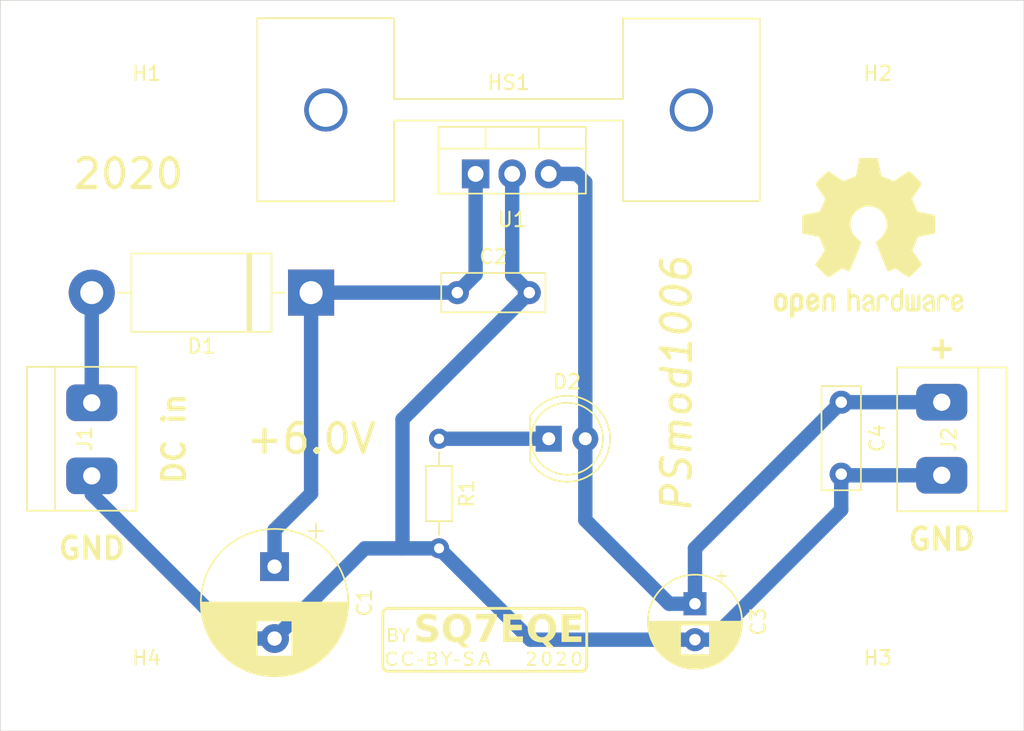
<source format=kicad_pcb>
(kicad_pcb (version 20171130) (host pcbnew 5.1.5+dfsg1-2build2)

  (general
    (thickness 1.6)
    (drawings 15)
    (tracks 37)
    (zones 0)
    (modules 17)
    (nets 6)
  )

  (page A4)
  (title_block
    (title "PSmod1006 PCB")
    (date 2020-10-28)
    (rev 1.0)
    (company "Msc Paweł Sobótka")
    (comment 1 "CC-BY-SA 4.0")
    (comment 2 "by SQ7EQE")
  )

  (layers
    (0 F.Cu signal)
    (31 B.Cu signal)
    (32 B.Adhes user)
    (33 F.Adhes user)
    (34 B.Paste user)
    (35 F.Paste user)
    (36 B.SilkS user)
    (37 F.SilkS user)
    (38 B.Mask user)
    (39 F.Mask user)
    (40 Dwgs.User user)
    (41 Cmts.User user)
    (42 Eco1.User user)
    (43 Eco2.User user)
    (44 Edge.Cuts user)
    (45 Margin user)
    (46 B.CrtYd user)
    (47 F.CrtYd user)
    (48 B.Fab user)
    (49 F.Fab user)
  )

  (setup
    (last_trace_width 1)
    (trace_clearance 0.4)
    (zone_clearance 0.508)
    (zone_45_only no)
    (trace_min 0.2)
    (via_size 0.8)
    (via_drill 0.4)
    (via_min_size 0.4)
    (via_min_drill 0.3)
    (uvia_size 0.3)
    (uvia_drill 0.1)
    (uvias_allowed no)
    (uvia_min_size 0.2)
    (uvia_min_drill 0.1)
    (edge_width 0.05)
    (segment_width 0.2)
    (pcb_text_width 0.3)
    (pcb_text_size 1.5 1.5)
    (mod_edge_width 0.12)
    (mod_text_size 1 1)
    (mod_text_width 0.15)
    (pad_size 1.524 1.524)
    (pad_drill 0.762)
    (pad_to_mask_clearance 0.051)
    (solder_mask_min_width 0.25)
    (aux_axis_origin 0 0)
    (visible_elements FFFFFF7F)
    (pcbplotparams
      (layerselection 0x010fc_ffffffff)
      (usegerberextensions false)
      (usegerberattributes false)
      (usegerberadvancedattributes false)
      (creategerberjobfile false)
      (excludeedgelayer true)
      (linewidth 0.150000)
      (plotframeref false)
      (viasonmask false)
      (mode 1)
      (useauxorigin false)
      (hpglpennumber 1)
      (hpglpenspeed 20)
      (hpglpendiameter 15.000000)
      (psnegative false)
      (psa4output false)
      (plotreference true)
      (plotvalue true)
      (plotinvisibletext false)
      (padsonsilk false)
      (subtractmaskfromsilk false)
      (outputformat 1)
      (mirror false)
      (drillshape 1)
      (scaleselection 1)
      (outputdirectory ""))
  )

  (net 0 "")
  (net 1 "Net-(C1-Pad1)")
  (net 2 GND)
  (net 3 "Net-(C3-Pad1)")
  (net 4 "Net-(D1-Pad2)")
  (net 5 "Net-(D2-Pad1)")

  (net_class Default "To jest domyślna klasa połączeń."
    (clearance 0.4)
    (trace_width 1)
    (via_dia 0.8)
    (via_drill 0.4)
    (uvia_dia 0.3)
    (uvia_drill 0.1)
    (add_net GND)
    (add_net "Net-(C1-Pad1)")
    (add_net "Net-(C3-Pad1)")
    (add_net "Net-(D1-Pad2)")
    (add_net "Net-(D2-Pad1)")
  )

  (module ups-pcb:DG301-5.0-2P (layer F.Cu) (tedit 5F9AFCF6) (tstamp 5F994AC9)
    (at 191.135 107.99 90)
    (tags TerminalBlock)
    (path /5F9906BE)
    (fp_text reference J2 (at 0 0.5 90) (layer F.SilkS)
      (effects (font (size 1 1) (thickness 0.15)))
    )
    (fp_text value "DC out" (at 0 2.54 90) (layer F.Fab)
      (effects (font (size 1 1) (thickness 0.15)))
    )
    (fp_line (start -5 4.5) (end 5 4.5) (layer F.CrtYd) (width 0.12))
    (fp_line (start -5 -3.1) (end 5 -3.1) (layer F.CrtYd) (width 0.12))
    (fp_line (start -5 -3.1) (end -5 4.5) (layer F.CrtYd) (width 0.12))
    (fp_line (start 5 -3.1) (end 5 4.5) (layer F.CrtYd) (width 0.12))
    (fp_line (start -5 -3.1) (end 5 -3.1) (layer F.CrtYd) (width 0.12))
    (fp_line (start -5 -3.1) (end 5 -3.1) (layer F.SilkS) (width 0.12))
    (fp_line (start 5 -3.1) (end 5 4.5) (layer F.SilkS) (width 0.12))
    (fp_line (start -5 -3.1) (end -5 4.5) (layer F.SilkS) (width 0.12))
    (fp_line (start -5 4.5) (end 5 4.5) (layer F.SilkS) (width 0.12))
    (fp_line (start -5 2.54) (end 5 2.54) (layer F.SilkS) (width 0.12))
    (pad 1 thru_hole roundrect (at -2.5 0 90) (size 2.54 3.54) (drill 1.2) (layers *.Cu *.Mask) (roundrect_rratio 0.25)
      (net 2 GND))
    (pad 2 thru_hole roundrect (at 2.58 0 90) (size 2.54 3.54) (drill 1.2) (layers *.Cu *.Mask) (roundrect_rratio 0.25)
      (net 3 "Net-(C3-Pad1)"))
    (model ${KIPRJMOD}/packages3d/dg301-5.0P.step
      (at (xyz 0 0 0))
      (scale (xyz 1 1 1))
      (rotate (xyz 0 0 90))
    )
  )

  (module ups-pcb:DG301-5.0-2P (layer F.Cu) (tedit 5F9AFCF6) (tstamp 5F994AB9)
    (at 132.08 107.95 270)
    (tags TerminalBlock)
    (path /5F9900ED)
    (fp_text reference J1 (at 0 0.5 90) (layer F.SilkS)
      (effects (font (size 1 1) (thickness 0.15)))
    )
    (fp_text value "DC inp" (at 0 2.54 90) (layer F.Fab)
      (effects (font (size 1 1) (thickness 0.15)))
    )
    (fp_line (start -5 4.5) (end 5 4.5) (layer F.CrtYd) (width 0.12))
    (fp_line (start -5 -3.1) (end 5 -3.1) (layer F.CrtYd) (width 0.12))
    (fp_line (start -5 -3.1) (end -5 4.5) (layer F.CrtYd) (width 0.12))
    (fp_line (start 5 -3.1) (end 5 4.5) (layer F.CrtYd) (width 0.12))
    (fp_line (start -5 -3.1) (end 5 -3.1) (layer F.CrtYd) (width 0.12))
    (fp_line (start -5 -3.1) (end 5 -3.1) (layer F.SilkS) (width 0.12))
    (fp_line (start 5 -3.1) (end 5 4.5) (layer F.SilkS) (width 0.12))
    (fp_line (start -5 -3.1) (end -5 4.5) (layer F.SilkS) (width 0.12))
    (fp_line (start -5 4.5) (end 5 4.5) (layer F.SilkS) (width 0.12))
    (fp_line (start -5 2.54) (end 5 2.54) (layer F.SilkS) (width 0.12))
    (pad 1 thru_hole roundrect (at -2.5 0 270) (size 2.54 3.54) (drill 1.2) (layers *.Cu *.Mask) (roundrect_rratio 0.25)
      (net 4 "Net-(D1-Pad2)"))
    (pad 2 thru_hole roundrect (at 2.58 0 270) (size 2.54 3.54) (drill 1.2) (layers *.Cu *.Mask) (roundrect_rratio 0.25)
      (net 2 GND))
    (model ${KIPRJMOD}/packages3d/dg301-5.0P.step
      (at (xyz 0 0 0))
      (scale (xyz 1 1 1))
      (rotate (xyz 0 0 90))
    )
  )

  (module ups-pcb:sk104_25.4mm (layer F.Cu) (tedit 5F9AFD81) (tstamp 5F994AA9)
    (at 161.040001 85.09)
    (descr "radiator na profilu sk104")
    (tags heatsink)
    (path /5F98FE0B)
    (fp_text reference HS1 (at 0 -1.905) (layer F.SilkS)
      (effects (font (size 1 1) (thickness 0.15)))
    )
    (fp_text value sk104_25.4mm (at 0 -3.81) (layer F.Fab)
      (effects (font (size 1 1) (thickness 0.15)))
    )
    (fp_line (start -7.96 -6.37) (end -7.96 -0.77) (layer F.SilkS) (width 0.12))
    (fp_line (start 7.94 -6.35) (end 17.44 -6.35) (layer F.SilkS) (width 0.12))
    (fp_line (start 17.45 6.34) (end 17.45 -6.36) (layer F.SilkS) (width 0.12))
    (fp_line (start 7.94 6.34) (end 17.44 6.34) (layer F.SilkS) (width 0.12))
    (fp_line (start -17.47 -6.38) (end -7.97 -6.38) (layer F.SilkS) (width 0.12))
    (fp_line (start -17.46 6.35) (end -17.46 -6.35) (layer F.SilkS) (width 0.12))
    (fp_line (start -17.46 6.35) (end -7.96 6.35) (layer F.SilkS) (width 0.12))
    (fp_line (start -7.95 0.75) (end -7.95 6.35) (layer F.SilkS) (width 0.12))
    (fp_line (start 7.95 0.74) (end 7.95 6.34) (layer F.SilkS) (width 0.12))
    (fp_line (start -7.95 0.74) (end 7.95 0.74) (layer F.SilkS) (width 0.12))
    (fp_line (start 7.95 -6.36) (end 7.95 -0.76) (layer F.SilkS) (width 0.12))
    (fp_line (start -7.95 -0.76) (end 7.95 -0.76) (layer F.SilkS) (width 0.12))
    (fp_line (start 7.95 0.75) (end 7.95 6.35) (layer F.CrtYd) (width 0.12))
    (fp_line (start 7.95 -6.35) (end 7.95 -0.75) (layer F.CrtYd) (width 0.12))
    (fp_line (start 7.95 6.35) (end 17.45 6.35) (layer F.CrtYd) (width 0.12))
    (fp_line (start 7.95 -6.35) (end 17.45 -6.35) (layer F.CrtYd) (width 0.12))
    (fp_line (start -7.95 0.75) (end -7.95 6.35) (layer F.CrtYd) (width 0.12))
    (fp_line (start -7.95 -6.35) (end -7.95 -0.75) (layer F.CrtYd) (width 0.12))
    (fp_line (start -17.45 -6.35) (end -7.95 -6.35) (layer F.CrtYd) (width 0.12))
    (fp_line (start -17.45 6.35) (end -7.95 6.35) (layer F.CrtYd) (width 0.12))
    (fp_line (start -7.95 -0.75) (end 7.95 -0.75) (layer F.CrtYd) (width 0.12))
    (fp_line (start -7.95 0.75) (end 7.95 0.75) (layer F.CrtYd) (width 0.12))
    (fp_line (start 17.45 6.35) (end 17.45 -6.35) (layer F.CrtYd) (width 0.12))
    (fp_line (start -17.45 6.35) (end -17.45 -6.35) (layer F.CrtYd) (width 0.12))
    (pad "" np_thru_hole circle (at 12.7 0) (size 3 3) (drill 2.35) (layers *.Cu *.Mask))
    (pad "" np_thru_hole circle (at -12.7 0) (size 3 3) (drill 2.35) (layers *.Cu *.Mask))
    (model ${KIPRJMOD}/packages3d/sk104-1.step
      (offset (xyz -17.5 6.5 0))
      (scale (xyz 0.99 1 1))
      (rotate (xyz 0 0 0))
    )
  )

  (module ups-pcb:cc-by-sa (layer F.Cu) (tedit 0) (tstamp 5F999933)
    (at 159.385 121.92)
    (path /5F9A792F)
    (fp_text reference G1 (at 0 0) (layer F.SilkS) hide
      (effects (font (size 1.524 1.524) (thickness 0.3)))
    )
    (fp_text value CC-BY-SA (at 0.75 0) (layer F.SilkS) hide
      (effects (font (size 1.524 1.524) (thickness 0.3)))
    )
    (fp_poly (pts (xy 6.683375 -1.397) (xy 5.842 -1.397) (xy 5.842 -1.031875) (xy 6.63575 -1.031875)
      (xy 6.63575 -0.66675) (xy 5.842 -0.66675) (xy 5.842 -0.22225) (xy 6.715125 -0.22225)
      (xy 6.715125 0.15875) (xy 5.333754 0.15875) (xy 5.337845 -0.805657) (xy 5.341937 -1.770063)
      (xy 6.683375 -1.778345) (xy 6.683375 -1.397)) (layer F.SilkS) (width 0.01))
    (fp_poly (pts (xy 2.619375 -1.397) (xy 1.778 -1.397) (xy 1.778 -1.031875) (xy 2.57175 -1.031875)
      (xy 2.57175 -0.667305) (xy 2.178843 -0.663059) (xy 1.785937 -0.658813) (xy 1.78152 -0.440532)
      (xy 1.777104 -0.22225) (xy 2.651125 -0.22225) (xy 2.651125 0.15875) (xy 1.285875 0.15875)
      (xy 1.285875 -1.778) (xy 2.619375 -1.778) (xy 2.619375 -1.397)) (layer F.SilkS) (width 0.01))
    (fp_poly (pts (xy 0.8255 -1.481033) (xy 0.453404 -0.66511) (xy 0.081309 0.150812) (xy -0.157783 0.155194)
      (xy -0.240817 0.156049) (xy -0.311325 0.155504) (xy -0.363833 0.153701) (xy -0.392869 0.150786)
      (xy -0.396875 0.148916) (xy -0.390494 0.132828) (xy -0.372165 0.090576) (xy -0.34311 0.024887)
      (xy -0.30455 -0.061512) (xy -0.257708 -0.165896) (xy -0.203804 -0.285537) (xy -0.144061 -0.41771)
      (xy -0.0797 -0.559687) (xy -0.053998 -0.616276) (xy 0.012073 -0.761733) (xy 0.074262 -0.89876)
      (xy 0.131311 -1.02458) (xy 0.181964 -1.136416) (xy 0.224963 -1.231489) (xy 0.259053 -1.307021)
      (xy 0.282975 -1.360236) (xy 0.295473 -1.388355) (xy 0.29695 -1.391842) (xy 0.294239 -1.398059)
      (xy 0.27883 -1.402975) (xy 0.24777 -1.406727) (xy 0.198103 -1.409452) (xy 0.126877 -1.411286)
      (xy 0.031138 -1.412367) (xy -0.09207 -1.412831) (xy -0.157052 -1.412875) (xy -0.619125 -1.412875)
      (xy -0.619125 -1.778) (xy 0.8255 -1.778) (xy 0.8255 -1.481033)) (layer F.SilkS) (width 0.01))
    (fp_poly (pts (xy -5.230603 -0.807809) (xy -5.208576 -0.803272) (xy -5.207 -0.801464) (xy -5.215403 -0.786323)
      (xy -5.238786 -0.749063) (xy -5.274418 -0.693914) (xy -5.319564 -0.625105) (xy -5.371491 -0.546865)
      (xy -5.373688 -0.543572) (xy -5.540375 -0.293843) (xy -5.540375 0.15875) (xy -5.667375 0.15875)
      (xy -5.667375 -0.302646) (xy -5.834063 -0.546581) (xy -5.886641 -0.624062) (xy -5.932406 -0.692528)
      (xy -5.96855 -0.747695) (xy -5.992267 -0.785279) (xy -6.00075 -0.800984) (xy -5.986669 -0.806346)
      (xy -5.951239 -0.80749) (xy -5.933282 -0.80657) (xy -5.906822 -0.803979) (xy -5.885329 -0.797899)
      (xy -5.864783 -0.784294) (xy -5.841163 -0.75913) (xy -5.81045 -0.718372) (xy -5.768623 -0.657985)
      (xy -5.73322 -0.605776) (xy -5.600628 -0.409864) (xy -5.467131 -0.609745) (xy -5.333634 -0.809625)
      (xy -5.270317 -0.809625) (xy -5.230603 -0.807809)) (layer F.SilkS) (width 0.01))
    (fp_poly (pts (xy -6.480969 -0.806715) (xy -6.373205 -0.802568) (xy -6.291718 -0.795803) (xy -6.231058 -0.784911)
      (xy -6.185773 -0.768385) (xy -6.150409 -0.744716) (xy -6.119516 -0.712397) (xy -6.113694 -0.705145)
      (xy -6.079451 -0.640165) (xy -6.0679 -0.567735) (xy -6.077953 -0.496361) (xy -6.108522 -0.434547)
      (xy -6.153559 -0.393594) (xy -6.20932 -0.360695) (xy -6.150344 -0.327191) (xy -6.086407 -0.275748)
      (xy -6.04848 -0.207875) (xy -6.035603 -0.121583) (xy -6.036529 -0.091068) (xy -6.050675 -0.008265)
      (xy -6.083757 0.053613) (xy -6.140474 0.102015) (xy -6.168338 0.117973) (xy -6.197309 0.131076)
      (xy -6.230411 0.140547) (xy -6.273697 0.147144) (xy -6.333222 0.151628) (xy -6.415043 0.154757)
      (xy -6.473032 0.156206) (xy -6.715125 0.161599) (xy -6.715125 -0.301625) (xy -6.588125 -0.301625)
      (xy -6.588125 0.050515) (xy -6.421763 0.045101) (xy -6.346238 0.042089) (xy -6.295238 0.03784)
      (xy -6.261537 0.030722) (xy -6.237912 0.019106) (xy -6.21714 0.001365) (xy -6.213987 -0.001762)
      (xy -6.181102 -0.054216) (xy -6.169725 -0.117162) (xy -6.178255 -0.181601) (xy -6.205094 -0.238533)
      (xy -6.248645 -0.278962) (xy -6.264552 -0.286459) (xy -6.29832 -0.293358) (xy -6.353796 -0.298615)
      (xy -6.420951 -0.301393) (xy -6.446284 -0.301625) (xy -6.588125 -0.301625) (xy -6.715125 -0.301625)
      (xy -6.715125 -0.6985) (xy -6.588125 -0.6985) (xy -6.588125 -0.409775) (xy -6.431004 -0.415232)
      (xy -6.353676 -0.41906) (xy -6.301212 -0.425009) (xy -6.266736 -0.434369) (xy -6.243374 -0.448428)
      (xy -6.240504 -0.45093) (xy -6.216982 -0.49018) (xy -6.206369 -0.545749) (xy -6.210465 -0.604212)
      (xy -6.216987 -0.626352) (xy -6.245598 -0.66103) (xy -6.301106 -0.684257) (xy -6.384677 -0.696391)
      (xy -6.4524 -0.6985) (xy -6.588125 -0.6985) (xy -6.715125 -0.6985) (xy -6.715125 -0.813086)
      (xy -6.480969 -0.806715)) (layer F.SilkS) (width 0.01))
    (fp_poly (pts (xy -3.856768 -1.79492) (xy -3.697368 -1.777273) (xy -3.535998 -1.749854) (xy -3.472657 -1.736304)
      (xy -3.3655 -1.711956) (xy -3.3655 -1.303968) (xy -3.490551 -1.349606) (xy -3.627449 -1.392503)
      (xy -3.765107 -1.42264) (xy -3.897804 -1.439572) (xy -4.01982 -1.442851) (xy -4.125433 -1.432029)
      (xy -4.208923 -1.406661) (xy -4.210597 -1.405875) (xy -4.267552 -1.364213) (xy -4.301901 -1.308664)
      (xy -4.312859 -1.246584) (xy -4.29964 -1.185328) (xy -4.261458 -1.132252) (xy -4.241488 -1.11659)
      (xy -4.199688 -1.095814) (xy -4.139082 -1.074343) (xy -4.072203 -1.056567) (xy -4.066863 -1.055416)
      (xy -3.899498 -1.018362) (xy -3.760475 -0.983585) (xy -3.646574 -0.949929) (xy -3.554573 -0.916238)
      (xy -3.481253 -0.881354) (xy -3.423391 -0.844121) (xy -3.384625 -0.810433) (xy -3.314511 -0.718244)
      (xy -3.268382 -0.607344) (xy -3.247045 -0.480722) (xy -3.251311 -0.341369) (xy -3.253401 -0.325218)
      (xy -3.284785 -0.188755) (xy -3.338378 -0.074408) (xy -3.41502 0.018692) (xy -3.515551 0.091415)
      (xy -3.640811 0.144629) (xy -3.729524 0.16784) (xy -3.785659 0.175867) (xy -3.864358 0.182087)
      (xy -3.956473 0.186296) (xy -4.05286 0.188289) (xy -4.144372 0.187863) (xy -4.221862 0.184813)
      (xy -4.270375 0.179925) (xy -4.348502 0.165574) (xy -4.442739 0.145287) (xy -4.53895 0.122333)
      (xy -4.623002 0.099978) (xy -4.647407 0.092755) (xy -4.746625 0.062224) (xy -4.746625 -0.145212)
      (xy -4.745924 -0.233289) (xy -4.743573 -0.293345) (xy -4.739205 -0.329083) (xy -4.732452 -0.344207)
      (xy -4.726782 -0.344807) (xy -4.704075 -0.335549) (xy -4.659732 -0.317257) (xy -4.601426 -0.293104)
      (xy -4.56882 -0.279563) (xy -4.420469 -0.224763) (xy -4.284205 -0.190067) (xy -4.149603 -0.173191)
      (xy -4.071938 -0.170674) (xy -3.951293 -0.177403) (xy -3.858001 -0.198919) (xy -3.790981 -0.235887)
      (xy -3.749148 -0.288971) (xy -3.73142 -0.358836) (xy -3.730625 -0.380148) (xy -3.737544 -0.442943)
      (xy -3.760113 -0.485932) (xy -3.762836 -0.488963) (xy -3.784128 -0.510106) (xy -3.807511 -0.528099)
      (xy -3.83707 -0.544365) (xy -3.876888 -0.560328) (xy -3.931052 -0.577411) (xy -4.003644 -0.597037)
      (xy -4.09875 -0.620632) (xy -4.220454 -0.649617) (xy -4.230688 -0.652029) (xy -4.386509 -0.697965)
      (xy -4.513679 -0.756253) (xy -4.613284 -0.828127) (xy -4.686411 -0.914819) (xy -4.734148 -1.017562)
      (xy -4.757583 -1.137588) (xy -4.759344 -1.251438) (xy -4.740951 -1.38711) (xy -4.699594 -1.502097)
      (xy -4.633903 -1.598174) (xy -4.542506 -1.677112) (xy -4.424033 -1.740686) (xy -4.362906 -1.764272)
      (xy -4.267267 -1.787471) (xy -4.147306 -1.800194) (xy -4.00861 -1.802619) (xy -3.856768 -1.79492)) (layer F.SilkS) (width 0.01))
    (fp_poly (pts (xy 4.087612 -1.797844) (xy 4.193582 -1.788715) (xy 4.279532 -1.77348) (xy 4.28625 -1.771726)
      (xy 4.451306 -1.712893) (xy 4.593578 -1.631958) (xy 4.71303 -1.528966) (xy 4.809628 -1.403963)
      (xy 4.883335 -1.256993) (xy 4.934118 -1.088103) (xy 4.961941 -0.897336) (xy 4.961973 -0.896938)
      (xy 4.963268 -0.711119) (xy 4.937256 -0.535334) (xy 4.885111 -0.372124) (xy 4.808004 -0.224033)
      (xy 4.70711 -0.093603) (xy 4.583599 0.016624) (xy 4.521234 0.058784) (xy 4.427854 0.116422)
      (xy 4.481065 0.173304) (xy 4.512428 0.207239) (xy 4.558864 0.257989) (xy 4.614192 0.318782)
      (xy 4.672235 0.382843) (xy 4.674156 0.384968) (xy 4.814034 0.53975) (xy 4.336267 0.53975)
      (xy 4.182172 0.367332) (xy 4.028078 0.194915) (xy 3.88332 0.185628) (xy 3.69886 0.160817)
      (xy 3.533275 0.111678) (xy 3.387517 0.038895) (xy 3.262542 -0.05685) (xy 3.159303 -0.174873)
      (xy 3.078754 -0.314491) (xy 3.038058 -0.419457) (xy 3.008383 -0.542476) (xy 2.99071 -0.683876)
      (xy 2.988832 -0.738448) (xy 3.497536 -0.738448) (xy 3.512708 -0.608851) (xy 3.543322 -0.488071)
      (xy 3.589299 -0.381928) (xy 3.650559 -0.296241) (xy 3.670206 -0.276917) (xy 3.76166 -0.214838)
      (xy 3.867457 -0.177492) (xy 3.980891 -0.165842) (xy 4.095255 -0.180853) (xy 4.167187 -0.205482)
      (xy 4.23743 -0.249857) (xy 4.305416 -0.317212) (xy 4.363816 -0.399184) (xy 4.398682 -0.469602)
      (xy 4.413496 -0.510047) (xy 4.423849 -0.548931) (xy 4.430537 -0.593243) (xy 4.434357 -0.649976)
      (xy 4.436107 -0.726122) (xy 4.436544 -0.801688) (xy 4.436283 -0.896989) (xy 4.434482 -0.967746)
      (xy 4.430326 -1.021157) (xy 4.423003 -1.06442) (xy 4.4117 -1.104733) (xy 4.397999 -1.143)
      (xy 4.3411 -1.254465) (xy 4.265067 -1.341164) (xy 4.171679 -1.401944) (xy 4.062713 -1.435649)
      (xy 3.939948 -1.441126) (xy 3.938845 -1.441048) (xy 3.82513 -1.420804) (xy 3.729674 -1.37654)
      (xy 3.656078 -1.315048) (xy 3.592852 -1.228642) (xy 3.545464 -1.12196) (xy 3.513835 -1.000822)
      (xy 3.497885 -0.871045) (xy 3.497536 -0.738448) (xy 2.988832 -0.738448) (xy 2.985596 -0.832424)
      (xy 2.993597 -0.976888) (xy 3.00616 -1.063625) (xy 3.052575 -1.230696) (xy 3.124735 -1.379817)
      (xy 3.221206 -1.509448) (xy 3.340552 -1.61805) (xy 3.481338 -1.704082) (xy 3.642129 -1.766004)
      (xy 3.667125 -1.772917) (xy 3.751378 -1.788405) (xy 3.85633 -1.797709) (xy 3.971802 -1.800849)
      (xy 4.087612 -1.797844)) (layer F.SilkS) (width 0.01))
    (fp_poly (pts (xy -1.755001 -1.792265) (xy -1.604178 -1.767851) (xy -1.471404 -1.724952) (xy -1.351736 -1.661875)
      (xy -1.240232 -1.576926) (xy -1.217136 -1.555911) (xy -1.111612 -1.435933) (xy -1.031148 -1.2968)
      (xy -0.975693 -1.138365) (xy -0.945199 -0.960481) (xy -0.939613 -0.762999) (xy -0.940211 -0.747054)
      (xy -0.945877 -0.651672) (xy -0.955098 -0.575891) (xy -0.969945 -0.507594) (xy -0.992493 -0.434665)
      (xy -0.99481 -0.427924) (xy -1.062259 -0.273534) (xy -1.15007 -0.139003) (xy -1.255903 -0.027244)
      (xy -1.377417 0.058828) (xy -1.392047 0.066818) (xy -1.431782 0.090169) (xy -1.45648 0.109055)
      (xy -1.4605 0.115281) (xy -1.450405 0.130788) (xy -1.422647 0.165194) (xy -1.381019 0.213996)
      (xy -1.329317 0.272689) (xy -1.306715 0.29787) (xy -1.248911 0.361986) (xy -1.196332 0.420402)
      (xy -1.15382 0.46773) (xy -1.12622 0.498582) (xy -1.121385 0.504031) (xy -1.089841 0.53975)
      (xy -1.326765 0.539718) (xy -1.563688 0.539687) (xy -1.717467 0.367554) (xy -1.871245 0.19542)
      (xy -2.019092 0.185187) (xy -2.191282 0.163535) (xy -2.341209 0.122919) (xy -2.473361 0.061471)
      (xy -2.592229 -0.022674) (xy -2.652384 -0.078117) (xy -2.746756 -0.188402) (xy -2.818713 -0.309851)
      (xy -2.87003 -0.446873) (xy -2.902482 -0.603874) (xy -2.915068 -0.73025) (xy -2.914676 -0.809625)
      (xy -2.388706 -0.809625) (xy -2.387194 -0.687929) (xy -2.381223 -0.591604) (xy -2.369441 -0.514424)
      (xy -2.350495 -0.450162) (xy -2.323034 -0.392592) (xy -2.285775 -0.335583) (xy -2.211607 -0.25902)
      (xy -2.119422 -0.204893) (xy -2.014775 -0.174374) (xy -1.903225 -0.168632) (xy -1.790329 -0.188837)
      (xy -1.719198 -0.216277) (xy -1.663933 -0.248129) (xy -1.614047 -0.286013) (xy -1.593629 -0.306405)
      (xy -1.532046 -0.400994) (xy -1.48729 -0.515074) (xy -1.459275 -0.642492) (xy -1.44791 -0.777093)
      (xy -1.453107 -0.912723) (xy -1.474777 -1.043227) (xy -1.512831 -1.162452) (xy -1.56718 -1.264242)
      (xy -1.608204 -1.315048) (xy -1.691337 -1.38252) (xy -1.788532 -1.424099) (xy -1.890971 -1.441048)
      (xy -2.013447 -1.435427) (xy -2.123418 -1.401255) (xy -2.21839 -1.34011) (xy -2.295869 -1.253572)
      (xy -2.350713 -1.15) (xy -2.365335 -1.110276) (xy -2.375632 -1.072251) (xy -2.382362 -1.029137)
      (xy -2.386281 -0.974147) (xy -2.388148 -0.900493) (xy -2.388706 -0.809625) (xy -2.914676 -0.809625)
      (xy -2.914145 -0.916702) (xy -2.887781 -1.091387) (xy -2.837149 -1.251888) (xy -2.763418 -1.395787)
      (xy -2.667759 -1.520666) (xy -2.551344 -1.624107) (xy -2.45264 -1.685367) (xy -2.354133 -1.732201)
      (xy -2.260559 -1.765058) (xy -2.162716 -1.78595) (xy -2.051402 -1.796888) (xy -1.928813 -1.799889)
      (xy -1.755001 -1.792265)) (layer F.SilkS) (width 0.01))
    (fp_poly (pts (xy -1.801813 1.389062) (xy -1.796838 1.440656) (xy -1.791864 1.49225) (xy -2.143125 1.49225)
      (xy -2.143125 1.38005) (xy -1.801813 1.389062)) (layer F.SilkS) (width 0.01))
    (fp_poly (pts (xy -4.318 1.49225) (xy -4.669262 1.49225) (xy -4.664288 1.440656) (xy -4.659313 1.389062)
      (xy -4.488657 1.384556) (xy -4.318 1.38005) (xy -4.318 1.49225)) (layer F.SilkS) (width 0.01))
    (fp_poly (pts (xy 5.414518 0.840332) (xy 5.491743 0.868822) (xy 5.505684 0.877232) (xy 5.568258 0.936395)
      (xy 5.606721 1.01167) (xy 5.619643 1.096952) (xy 5.605596 1.186137) (xy 5.588219 1.229858)
      (xy 5.566808 1.262981) (xy 5.527515 1.313402) (xy 5.474772 1.37583) (xy 5.413009 1.444976)
      (xy 5.364628 1.496808) (xy 5.172567 1.698625) (xy 5.61975 1.698625) (xy 5.61975 1.80975)
      (xy 5.0165 1.80975) (xy 5.0165 1.751789) (xy 5.018193 1.729512) (xy 5.025265 1.707218)
      (xy 5.040707 1.681003) (xy 5.067508 1.646966) (xy 5.108658 1.601206) (xy 5.167146 1.53982)
      (xy 5.222692 1.482714) (xy 5.314782 1.386252) (xy 5.384938 1.307152) (xy 5.435308 1.242087)
      (xy 5.468044 1.187729) (xy 5.485294 1.140753) (xy 5.489209 1.097831) (xy 5.486428 1.074593)
      (xy 5.460282 1.010519) (xy 5.411693 0.965715) (xy 5.344122 0.941093) (xy 5.261031 0.937566)
      (xy 5.165882 0.956045) (xy 5.110558 0.975556) (xy 5.014748 1.014487) (xy 5.019592 0.94834)
      (xy 5.023444 0.911963) (xy 5.033199 0.889602) (xy 5.056207 0.874231) (xy 5.099815 0.858821)
      (xy 5.119687 0.85262) (xy 5.219299 0.831645) (xy 5.32064 0.827745) (xy 5.414518 0.840332)) (layer F.SilkS) (width 0.01))
    (fp_poly (pts (xy 3.347706 0.845727) (xy 3.42663 0.883406) (xy 3.48688 0.938552) (xy 3.525132 1.009439)
      (xy 3.538062 1.094345) (xy 3.537027 1.116638) (xy 3.530481 1.161287) (xy 3.516779 1.20444)
      (xy 3.493196 1.250103) (xy 3.457008 1.302283) (xy 3.405491 1.364985) (xy 3.335919 1.442214)
      (xy 3.262691 1.520031) (xy 3.092637 1.698625) (xy 3.540125 1.698625) (xy 3.540125 1.80975)
      (xy 2.936875 1.80975) (xy 2.936875 1.752386) (xy 2.938666 1.730158) (xy 2.946021 1.707618)
      (xy 2.961911 1.680856) (xy 2.989309 1.645961) (xy 3.031186 1.599023) (xy 3.090514 1.536133)
      (xy 3.141566 1.483063) (xy 3.216753 1.403127) (xy 3.282473 1.329216) (xy 3.334947 1.265814)
      (xy 3.370393 1.217405) (xy 3.38136 1.198592) (xy 3.406556 1.121009) (xy 3.401808 1.053537)
      (xy 3.367 0.995405) (xy 3.347867 0.977269) (xy 3.287194 0.945957) (xy 3.208406 0.935738)
      (xy 3.117148 0.946647) (xy 3.027313 0.975259) (xy 2.935189 1.01314) (xy 2.94 0.947579)
      (xy 2.944194 0.910208) (xy 2.954975 0.887729) (xy 2.980081 0.872345) (xy 3.027252 0.856253)
      (xy 3.032125 0.854729) (xy 3.147129 0.829664) (xy 3.253431 0.827238) (xy 3.347706 0.845727)) (layer F.SilkS) (width 0.01))
    (fp_poly (pts (xy 0.23433 1.313284) (xy 0.277953 1.428996) (xy 0.317716 1.535189) (xy 0.352277 1.628225)
      (xy 0.380296 1.704465) (xy 0.40043 1.76027) (xy 0.41134 1.792001) (xy 0.412924 1.797843)
      (xy 0.39873 1.805359) (xy 0.363563 1.809481) (xy 0.35039 1.80975) (xy 0.314843 1.808212)
      (xy 0.292716 1.798823) (xy 0.276176 1.774422) (xy 0.257388 1.727844) (xy 0.255605 1.723084)
      (xy 0.235743 1.667716) (xy 0.219504 1.618451) (xy 0.213056 1.596084) (xy 0.202933 1.55575)
      (xy -0.2355 1.55575) (xy -0.263198 1.631156) (xy -0.290899 1.706355) (xy -0.31093 1.756825)
      (xy -0.326979 1.787483) (xy -0.342736 1.803249) (xy -0.361888 1.809042) (xy -0.388126 1.809779)
      (xy -0.397135 1.80975) (xy -0.438268 1.807697) (xy -0.454663 1.799281) (xy -0.453476 1.781968)
      (xy -0.445713 1.760597) (xy -0.428087 1.713463) (xy -0.402071 1.64446) (xy -0.369138 1.557482)
      (xy -0.33076 1.456424) (xy -0.32232 1.434254) (xy -0.1905 1.434254) (xy -0.1757 1.438439)
      (xy -0.13559 1.441816) (xy -0.076608 1.443998) (xy -0.017521 1.444625) (xy 0.155458 1.444625)
      (xy 0.075361 1.226343) (xy 0.046277 1.148194) (xy 0.020388 1.080687) (xy -0.00009 1.029455)
      (xy -0.012936 1.000129) (xy -0.015499 0.995725) (xy -0.023472 1.006291) (xy -0.039988 1.040541)
      (xy -0.06261 1.092369) (xy -0.0889 1.155669) (xy -0.116423 1.224333) (xy -0.142741 1.292254)
      (xy -0.165416 1.353327) (xy -0.182013 1.401445) (xy -0.190095 1.430501) (xy -0.1905 1.434254)
      (xy -0.32232 1.434254) (xy -0.28841 1.34518) (xy -0.27185 1.30175) (xy -0.099264 0.849312)
      (xy -0.021851 0.844972) (xy 0.055562 0.840631) (xy 0.23433 1.313284)) (layer F.SilkS) (width 0.01))
    (fp_poly (pts (xy -2.794 1.031875) (xy -2.747908 1.099519) (xy -2.707577 1.156545) (xy -2.676434 1.19827)
      (xy -2.657905 1.220016) (xy -2.654781 1.222071) (xy -2.642382 1.209406) (xy -2.616177 1.174801)
      (xy -2.579569 1.122996) (xy -2.535963 1.058731) (xy -2.517965 1.031571) (xy -2.392741 0.841375)
      (xy -2.253742 0.841375) (xy -2.416715 1.083468) (xy -2.579688 1.325562) (xy -2.587625 1.563687)
      (xy -2.595563 1.801812) (xy -2.651693 1.806536) (xy -2.692147 1.80677) (xy -2.717575 1.80114)
      (xy -2.719162 1.799922) (xy -2.723201 1.78078) (xy -2.726606 1.735861) (xy -2.729094 1.671135)
      (xy -2.730383 1.592574) (xy -2.7305 1.559589) (xy -2.7305 1.330595) (xy -2.89793 1.085985)
      (xy -3.065359 0.841375) (xy -2.921627 0.841375) (xy -2.794 1.031875)) (layer F.SilkS) (width 0.01))
    (fp_poly (pts (xy -3.726657 0.843918) (xy -3.616147 0.847631) (xy -3.532374 0.854378) (xy -3.470349 0.865962)
      (xy -3.425081 0.884185) (xy -3.391583 0.91085) (xy -3.364864 0.94776) (xy -3.347377 0.980957)
      (xy -3.325053 1.05749) (xy -3.328948 1.133015) (xy -3.357006 1.20026) (xy -3.40717 1.251953)
      (xy -3.427423 1.263955) (xy -3.448028 1.276116) (xy -3.448253 1.287005) (xy -3.425192 1.303596)
      (xy -3.406192 1.314928) (xy -3.342198 1.365081) (xy -3.304168 1.427201) (xy -3.28951 1.506566)
      (xy -3.289967 1.551505) (xy -3.295755 1.611799) (xy -3.307676 1.652706) (xy -3.330072 1.686538)
      (xy -3.342423 1.700304) (xy -3.379207 1.735129) (xy -3.418443 1.760997) (xy -3.46579 1.779436)
      (xy -3.526905 1.791976) (xy -3.607445 1.800144) (xy -3.713068 1.805468) (xy -3.734594 1.806222)
      (xy -3.96875 1.814064) (xy -3.96875 1.349375) (xy -3.84175 1.349375) (xy -3.84175 1.698625)
      (xy -3.706303 1.698625) (xy -3.625761 1.695576) (xy -3.55832 1.687205) (xy -3.517081 1.676156)
      (xy -3.463223 1.640804) (xy -3.433203 1.587777) (xy -3.424671 1.520031) (xy -3.435805 1.445055)
      (xy -3.468304 1.390966) (xy -3.502929 1.367003) (xy -3.535618 1.359206) (xy -3.59055 1.353174)
      (xy -3.658232 1.349794) (xy -3.691685 1.349375) (xy -3.84175 1.349375) (xy -3.96875 1.349375)
      (xy -3.96875 0.9525) (xy -3.84175 0.9525) (xy -3.84175 1.23825) (xy -3.717119 1.23825)
      (xy -3.649808 1.236001) (xy -3.588417 1.230073) (xy -3.545197 1.221695) (xy -3.542159 1.220705)
      (xy -3.495682 1.195365) (xy -3.469925 1.155363) (xy -3.460906 1.093899) (xy -3.46075 1.081695)
      (xy -3.466646 1.031894) (xy -3.488623 0.997532) (xy -3.502579 0.985402) (xy -3.52756 0.969404)
      (xy -3.558176 0.95951) (xy -3.602324 0.954357) (xy -3.667903 0.952579) (xy -3.693079 0.9525)
      (xy -3.84175 0.9525) (xy -3.96875 0.9525) (xy -3.96875 0.838525) (xy -3.726657 0.843918)) (layer F.SilkS) (width 0.01))
    (fp_poly (pts (xy 6.457557 0.833937) (xy 6.538086 0.865471) (xy 6.603233 0.924142) (xy 6.639368 0.979129)
      (xy 6.678784 1.077808) (xy 6.702959 1.195343) (xy 6.7115 1.322527) (xy 6.704014 1.450153)
      (xy 6.68011 1.569012) (xy 6.666303 1.610866) (xy 6.617376 1.701305) (xy 6.549273 1.768067)
      (xy 6.465954 1.809156) (xy 6.371378 1.822578) (xy 6.275025 1.807976) (xy 6.216922 1.777728)
      (xy 6.159984 1.725118) (xy 6.112231 1.658787) (xy 6.087525 1.605959) (xy 6.07041 1.537508)
      (xy 6.058321 1.448505) (xy 6.053045 1.368715) (xy 6.179689 1.368715) (xy 6.188037 1.469951)
      (xy 6.2065 1.557789) (xy 6.216258 1.58586) (xy 6.242165 1.63488) (xy 6.27406 1.675469)
      (xy 6.282545 1.683047) (xy 6.338873 1.70905) (xy 6.404161 1.712537) (xy 6.465017 1.693541)
      (xy 6.481587 1.682548) (xy 6.524367 1.629628) (xy 6.554732 1.548585) (xy 6.57235 1.440661)
      (xy 6.577051 1.325562) (xy 6.573147 1.210691) (xy 6.561325 1.121369) (xy 6.540336 1.052104)
      (xy 6.508933 0.997404) (xy 6.499965 0.986138) (xy 6.445025 0.942072) (xy 6.382776 0.925686)
      (xy 6.320437 0.93643) (xy 6.265227 0.973752) (xy 6.24017 1.005966) (xy 6.211695 1.072706)
      (xy 6.191881 1.161283) (xy 6.181091 1.262889) (xy 6.179689 1.368715) (xy 6.053045 1.368715)
      (xy 6.051796 1.349832) (xy 6.051373 1.252369) (xy 6.057593 1.166997) (xy 6.063935 1.129609)
      (xy 6.097699 1.01755) (xy 6.144056 0.933366) (xy 6.205031 0.874991) (xy 6.282647 0.84036)
      (xy 6.359318 0.828283) (xy 6.457557 0.833937)) (layer F.SilkS) (width 0.01))
    (fp_poly (pts (xy 4.374985 0.834127) (xy 4.454852 0.86409) (xy 4.51878 0.920366) (xy 4.560444 0.985472)
      (xy 4.600661 1.088937) (xy 4.624414 1.204651) (xy 4.632148 1.325807) (xy 4.624308 1.445594)
      (xy 4.60134 1.557204) (xy 4.563688 1.653827) (xy 4.511863 1.728586) (xy 4.434706 1.788269)
      (xy 4.346135 1.818748) (xy 4.248478 1.819441) (xy 4.19507 1.80789) (xy 4.124405 1.771377)
      (xy 4.06385 1.707188) (xy 4.016026 1.6185) (xy 3.998978 1.570201) (xy 3.977309 1.46807)
      (xy 3.971227 1.391767) (xy 4.098558 1.391767) (xy 4.112178 1.507525) (xy 4.140751 1.598818)
      (xy 4.183768 1.664486) (xy 4.240722 1.703367) (xy 4.302105 1.7145) (xy 4.354126 1.708749)
      (xy 4.39311 1.686557) (xy 4.412816 1.667338) (xy 4.444097 1.622032) (xy 4.46995 1.564704)
      (xy 4.476146 1.544307) (xy 4.486442 1.482384) (xy 4.49261 1.400895) (xy 4.494615 1.310418)
      (xy 4.492425 1.221533) (xy 4.486008 1.144819) (xy 4.477529 1.098269) (xy 4.444943 1.020537)
      (xy 4.398359 0.965252) (xy 4.34291 0.933276) (xy 4.283729 0.925472) (xy 4.225949 0.942702)
      (xy 4.174704 0.985829) (xy 4.140903 1.041702) (xy 4.120344 1.10756) (xy 4.105578 1.195548)
      (xy 4.100398 1.252708) (xy 4.098558 1.391767) (xy 3.971227 1.391767) (xy 3.968141 1.353063)
      (xy 3.971103 1.235281) (xy 3.985826 1.124827) (xy 4.011938 1.031804) (xy 4.019349 1.014301)
      (xy 4.069585 0.928873) (xy 4.13103 0.871368) (xy 4.207908 0.838734) (xy 4.276249 0.828862)
      (xy 4.374985 0.834127)) (layer F.SilkS) (width 0.01))
    (fp_poly (pts (xy -1.038823 0.829878) (xy -0.957797 0.836938) (xy -0.912813 0.8457) (xy -0.866226 0.859585)
      (xy -0.842106 0.874338) (xy -0.832139 0.898594) (xy -0.828578 0.933171) (xy -0.823718 0.999249)
      (xy -0.883034 0.974465) (xy -0.974079 0.945607) (xy -1.065838 0.932668) (xy -1.151461 0.93529)
      (xy -1.2241 0.953112) (xy -1.276906 0.985775) (xy -1.285734 0.995613) (xy -1.311349 1.048315)
      (xy -1.315874 1.106466) (xy -1.299241 1.157956) (xy -1.286713 1.173912) (xy -1.251728 1.197267)
      (xy -1.202516 1.217499) (xy -1.187494 1.221737) (xy -1.088927 1.246421) (xy -1.01586 1.265834)
      (xy -0.962902 1.28204) (xy -0.92466 1.297101) (xy -0.895743 1.31308) (xy -0.870759 1.33204)
      (xy -0.849753 1.350953) (xy -0.785813 1.410596) (xy -0.785813 1.669153) (xy -0.850652 1.729634)
      (xy -0.92385 1.778596) (xy -1.016265 1.811191) (xy -1.118824 1.825463) (xy -1.222455 1.819457)
      (xy -1.246188 1.814846) (xy -1.279331 1.806605) (xy -1.329215 1.793324) (xy -1.361282 1.784494)
      (xy -1.409093 1.770141) (xy -1.433875 1.756268) (xy -1.443196 1.734884) (xy -1.444625 1.697995)
      (xy -1.444625 1.696483) (xy -1.442769 1.656001) (xy -1.434875 1.640553) (xy -1.417457 1.643523)
      (xy -1.416844 1.643787) (xy -1.303537 1.684745) (xy -1.198755 1.706931) (xy -1.105522 1.711113)
      (xy -1.02686 1.698061) (xy -0.965791 1.668542) (xy -0.925337 1.623325) (xy -0.90852 1.563179)
      (xy -0.91189 1.5154) (xy -0.930649 1.466466) (xy -0.968895 1.428201) (xy -1.030627 1.3979)
      (xy -1.119848 1.372859) (xy -1.124222 1.37189) (xy -1.240497 1.340509) (xy -1.327919 1.302689)
      (xy -1.38911 1.256178) (xy -1.42669 1.198722) (xy -1.443279 1.128068) (xy -1.444625 1.096434)
      (xy -1.431661 1.005488) (xy -1.392327 0.931883) (xy -1.333221 0.878993) (xy -1.295087 0.856564)
      (xy -1.256939 0.842585) (xy -1.208621 0.834598) (xy -1.139976 0.830146) (xy -1.129565 0.829719)
      (xy -1.038823 0.829878)) (layer F.SilkS) (width 0.01))
    (fp_poly (pts (xy -5.173998 0.84017) (xy -5.082126 0.866906) (xy -5.076032 0.86954) (xy -5.031733 0.890929)
      (xy -5.009394 0.910168) (xy -5.001529 0.936982) (xy -5.000625 0.967482) (xy -5.002211 1.007594)
      (xy -5.006176 1.030105) (xy -5.007858 1.031875) (xy -5.024199 1.023763) (xy -5.056875 1.003332)
      (xy -5.072955 0.992607) (xy -5.132767 0.96006) (xy -5.199007 0.942162) (xy -5.28083 0.937092)
      (xy -5.340361 0.939396) (xy -5.436143 0.957378) (xy -5.51227 0.999269) (xy -5.57237 1.067392)
      (xy -5.591562 1.100263) (xy -5.609119 1.139612) (xy -5.619878 1.182303) (xy -5.625369 1.237696)
      (xy -5.627124 1.315154) (xy -5.627134 1.317625) (xy -5.626121 1.394999) (xy -5.621323 1.450696)
      (xy -5.611108 1.494713) (xy -5.593844 1.537051) (xy -5.590046 1.544891) (xy -5.536165 1.621225)
      (xy -5.463499 1.675457) (xy -5.376865 1.706718) (xy -5.281085 1.714141) (xy -5.180975 1.696856)
      (xy -5.081357 1.653996) (xy -5.059202 1.640545) (xy -4.998716 1.60166) (xy -5.00364 1.669986)
      (xy -5.008951 1.711716) (xy -5.022586 1.737992) (xy -5.052557 1.759525) (xy -5.082059 1.774794)
      (xy -5.155339 1.800234) (xy -5.245496 1.81582) (xy -5.338815 1.820208) (xy -5.421584 1.812052)
      (xy -5.433735 1.809292) (xy -5.541906 1.767449) (xy -5.630712 1.700894) (xy -5.701246 1.60869)
      (xy -5.728047 1.556987) (xy -5.756039 1.467758) (xy -5.769276 1.361863) (xy -5.767449 1.25091)
      (xy -5.750243 1.146508) (xy -5.740023 1.112176) (xy -5.69344 1.020179) (xy -5.623882 0.939176)
      (xy -5.539087 0.876919) (xy -5.477959 0.849672) (xy -5.385558 0.830879) (xy -5.27969 0.827936)
      (xy -5.173998 0.84017)) (layer F.SilkS) (width 0.01))
    (fp_poly (pts (xy -6.352673 0.834671) (xy -6.297532 0.839536) (xy -6.253819 0.849781) (xy -6.211403 0.867151)
      (xy -6.199188 0.873125) (xy -6.153414 0.897792) (xy -6.129055 0.919218) (xy -6.118511 0.947058)
      (xy -6.114936 0.98019) (xy -6.110059 1.047567) (xy -6.192907 0.996066) (xy -6.242716 0.967959)
      (xy -6.287984 0.951371) (xy -6.341772 0.942667) (xy -6.397746 0.939025) (xy -6.502341 0.942805)
      (xy -6.584959 0.966013) (xy -6.650066 1.010498) (xy -6.691225 1.060645) (xy -6.731686 1.146055)
      (xy -6.753347 1.245634) (xy -6.756632 1.351082) (xy -6.741967 1.454096) (xy -6.709775 1.546375)
      (xy -6.662774 1.617158) (xy -6.592276 1.671569) (xy -6.505636 1.7037) (xy -6.409687 1.713185)
      (xy -6.311264 1.699657) (xy -6.217199 1.662748) (xy -6.184489 1.642835) (xy -6.147788 1.618938)
      (xy -6.123377 1.604915) (xy -6.119108 1.603375) (xy -6.114602 1.617486) (xy -6.112074 1.652789)
      (xy -6.111875 1.667753) (xy -6.113489 1.704396) (xy -6.122942 1.727958) (xy -6.147153 1.746802)
      (xy -6.193041 1.769288) (xy -6.197634 1.771392) (xy -6.283389 1.800026) (xy -6.382041 1.816617)
      (xy -6.478996 1.819447) (xy -6.5405 1.811796) (xy -6.644769 1.774333) (xy -6.736586 1.712704)
      (xy -6.81019 1.632095) (xy -6.85982 1.53769) (xy -6.866012 1.5188) (xy -6.883537 1.429847)
      (xy -6.889602 1.328431) (xy -6.884416 1.227079) (xy -6.86819 1.138314) (xy -6.859169 1.110482)
      (xy -6.814068 1.016446) (xy -6.756238 0.945156) (xy -6.678501 0.888093) (xy -6.665441 0.880655)
      (xy -6.621883 0.858117) (xy -6.583776 0.844139) (xy -6.541073 0.836713) (xy -6.48373 0.833829)
      (xy -6.429375 0.833437) (xy -6.352673 0.834671)) (layer F.SilkS) (width 0.01))
    (fp_poly (pts (xy 6.918328 -2.221579) (xy 7.004848 -2.169067) (xy 7.070501 -2.105317) (xy 7.123874 -2.021369)
      (xy 7.13812 -1.992313) (xy 7.175189 -1.912938) (xy 7.175189 1.928812) (xy 7.13812 2.008187)
      (xy 7.086683 2.099579) (xy 7.02543 2.168204) (xy 6.945771 2.223023) (xy 6.918328 2.237453)
      (xy 6.821178 2.286) (xy -6.821179 2.286) (xy -6.918329 2.237453) (xy -7.004849 2.184941)
      (xy -7.070502 2.121191) (xy -7.123875 2.037243) (xy -7.138121 2.008187) (xy -7.17519 1.928812)
      (xy -7.17519 0.838471) (xy -6.998817 0.838471) (xy -6.99865 1.033975) (xy -6.998319 1.213267)
      (xy -6.997829 1.374238) (xy -6.997187 1.514781) (xy -6.996397 1.632787) (xy -6.995465 1.726147)
      (xy -6.994397 1.792755) (xy -6.993198 1.830501) (xy -6.992723 1.83673) (xy -6.967832 1.929836)
      (xy -6.919429 2.007544) (xy -6.851566 2.065002) (xy -6.776676 2.095513) (xy -6.75728 2.096376)
      (xy -6.707176 2.097213) (xy -6.627404 2.098022) (xy -6.519006 2.098802) (xy -6.383023 2.099551)
      (xy -6.220497 2.100267) (xy -6.032468 2.100949) (xy -5.819978 2.101596) (xy -5.584069 2.102206)
      (xy -5.32578 2.102777) (xy -5.046155 2.103308) (xy -4.746234 2.103796) (xy -4.427058 2.104242)
      (xy -4.089668 2.104642) (xy -3.735107 2.104995) (xy -3.364414 2.105301) (xy -2.978632 2.105556)
      (xy -2.578802 2.10576) (xy -2.165965 2.105912) (xy -1.741162 2.106008) (xy -1.305434 2.106049)
      (xy -0.859823 2.106032) (xy -0.405371 2.105956) (xy 0.03175 2.105827) (xy 0.584527 2.105627)
      (xy 1.106445 2.105425) (xy 1.598392 2.105217) (xy 2.061258 2.105001) (xy 2.495934 2.104771)
      (xy 2.903309 2.104525) (xy 3.284272 2.104258) (xy 3.639714 2.103966) (xy 3.970525 2.103646)
      (xy 4.277593 2.103293) (xy 4.56181 2.102904) (xy 4.824064 2.102475) (xy 5.065246 2.102001)
      (xy 5.286245 2.10148) (xy 5.487952 2.100908) (xy 5.671255 2.100279) (xy 5.837045 2.099591)
      (xy 5.986211 2.09884) (xy 6.119644 2.098022) (xy 6.238233 2.097132) (xy 6.342868 2.096167)
      (xy 6.434439 2.095124) (xy 6.513835 2.093998) (xy 6.581947 2.092785) (xy 6.639663 2.091482)
      (xy 6.687875 2.090085) (xy 6.727471 2.088589) (xy 6.759342 2.086991) (xy 6.784377 2.085288)
      (xy 6.803466 2.083474) (xy 6.817499 2.081547) (xy 6.827366 2.079502) (xy 6.833956 2.077336)
      (xy 6.836265 2.076226) (xy 6.892935 2.034482) (xy 6.94295 1.979044) (xy 6.976336 1.921519)
      (xy 6.981035 1.907745) (xy 6.982571 1.886645) (xy 6.984048 1.83581) (xy 6.985456 1.757258)
      (xy 6.986781 1.653005) (xy 6.98801 1.525065) (xy 6.989132 1.375456) (xy 6.990134 1.206194)
      (xy 6.991003 1.019294) (xy 6.991727 0.816773) (xy 6.992293 0.600646) (xy 6.992689 0.37293)
      (xy 6.992902 0.135641) (xy 6.992937 -0.007938) (xy 6.992914 -0.29226) (xy 6.992827 -0.546553)
      (xy 6.992654 -0.772537) (xy 6.992368 -0.971934) (xy 6.991947 -1.146464) (xy 6.991365 -1.297848)
      (xy 6.990599 -1.427806) (xy 6.989624 -1.53806) (xy 6.988415 -1.63033) (xy 6.986948 -1.706338)
      (xy 6.9852 -1.767803) (xy 6.983144 -1.816446) (xy 6.980758 -1.853989) (xy 6.978017 -1.882153)
      (xy 6.974897 -1.902657) (xy 6.971372 -1.917222) (xy 6.967419 -1.927571) (xy 6.965726 -1.930891)
      (xy 6.923982 -1.987561) (xy 6.868544 -2.037576) (xy 6.811019 -2.070962) (xy 6.797245 -2.075661)
      (xy 6.778276 -2.07657) (xy 6.728818 -2.077441) (xy 6.650131 -2.078276) (xy 6.543475 -2.079074)
      (xy 6.410112 -2.079835) (xy 6.251302 -2.080559) (xy 6.068305 -2.081247) (xy 5.862382 -2.081897)
      (xy 5.634793 -2.082511) (xy 5.3868 -2.083089) (xy 5.119662 -2.083629) (xy 4.83464 -2.084133)
      (xy 4.532995 -2.084599) (xy 4.215988 -2.085029) (xy 3.884878 -2.085423) (xy 3.540926 -2.085779)
      (xy 3.185394 -2.086099) (xy 2.819541 -2.086381) (xy 2.444628 -2.086627) (xy 2.061916 -2.086837)
      (xy 1.672664 -2.087009) (xy 1.278135 -2.087145) (xy 0.879588 -2.087244) (xy 0.478284 -2.087306)
      (xy 0.075483 -2.087331) (xy -0.327554 -2.087319) (xy -0.729566 -2.087271) (xy -1.129293 -2.087186)
      (xy -1.525475 -2.087064) (xy -1.91685 -2.086906) (xy -2.302159 -2.08671) (xy -2.68014 -2.086478)
      (xy -3.049533 -2.086209) (xy -3.409078 -2.085903) (xy -3.757514 -2.08556) (xy -4.093581 -2.085181)
      (xy -4.416017 -2.084765) (xy -4.723562 -2.084312) (xy -5.014957 -2.083822) (xy -5.288939 -2.083295)
      (xy -5.54425 -2.082732) (xy -5.779627 -2.082132) (xy -5.993811 -2.081495) (xy -6.18554 -2.080821)
      (xy -6.353556 -2.08011) (xy -6.496596 -2.079363) (xy -6.6134 -2.078579) (xy -6.702708 -2.077758)
      (xy -6.763259 -2.0769) (xy -6.793793 -2.076006) (xy -6.797246 -2.075661) (xy -6.853424 -2.04819)
      (xy -6.910513 -2.001514) (xy -6.956905 -1.945607) (xy -6.965727 -1.930891) (xy -6.969922 -1.921548)
      (xy -6.973678 -1.908518) (xy -6.977024 -1.890054) (xy -6.979992 -1.86441) (xy -6.98261 -1.829838)
      (xy -6.984909 -1.784592) (xy -6.986918 -1.726924) (xy -6.988668 -1.65509) (xy -6.990189 -1.56734)
      (xy -6.99151 -1.46193) (xy -6.992661 -1.337111) (xy -6.993673 -1.191138) (xy -6.994574 -1.022263)
      (xy -6.995396 -0.82874) (xy -6.996168 -0.608821) (xy -6.996921 -0.360761) (xy -6.997683 -0.082812)
      (xy -6.997734 -0.0635) (xy -6.998278 0.175769) (xy -6.998637 0.40726) (xy -6.998815 0.628864)
      (xy -6.998817 0.838471) (xy -7.17519 0.838471) (xy -7.17519 -1.912938) (xy -7.138121 -1.992313)
      (xy -7.086684 -2.083705) (xy -7.025431 -2.15233) (xy -6.945772 -2.207149) (xy -6.918329 -2.221579)
      (xy -6.821179 -2.270125) (xy 6.821178 -2.270125) (xy 6.918328 -2.221579)) (layer F.SilkS) (width 0.01))
  )

  (module Symbol:OSHW-Logo2_14.6x12mm_SilkScreen (layer F.Cu) (tedit 0) (tstamp 5F999944)
    (at 186.055 93.98)
    (descr "Open Source Hardware Symbol")
    (tags "Logo Symbol OSHW")
    (path /5F9A7F6F)
    (attr virtual)
    (fp_text reference G2 (at 0 0) (layer F.SilkS) hide
      (effects (font (size 1 1) (thickness 0.15)))
    )
    (fp_text value Logo_Open_Hardware_Large (at 0.75 0) (layer F.Fab) hide
      (effects (font (size 1 1) (thickness 0.15)))
    )
    (fp_poly (pts (xy 0.209014 -5.547002) (xy 0.367006 -5.546137) (xy 0.481347 -5.543795) (xy 0.559407 -5.539238)
      (xy 0.608554 -5.53173) (xy 0.636159 -5.520534) (xy 0.649592 -5.504912) (xy 0.656221 -5.484127)
      (xy 0.656865 -5.481437) (xy 0.666935 -5.432887) (xy 0.685575 -5.337095) (xy 0.710845 -5.204257)
      (xy 0.740807 -5.044569) (xy 0.773522 -4.868226) (xy 0.774664 -4.862033) (xy 0.807433 -4.689218)
      (xy 0.838093 -4.536531) (xy 0.864664 -4.413129) (xy 0.885167 -4.328169) (xy 0.897626 -4.29081)
      (xy 0.89822 -4.290148) (xy 0.934919 -4.271905) (xy 1.010586 -4.241503) (xy 1.108878 -4.205507)
      (xy 1.109425 -4.205315) (xy 1.233233 -4.158778) (xy 1.379196 -4.099496) (xy 1.516781 -4.039891)
      (xy 1.523293 -4.036944) (xy 1.74739 -3.935235) (xy 2.243619 -4.274103) (xy 2.395846 -4.377408)
      (xy 2.533741 -4.469763) (xy 2.649315 -4.545916) (xy 2.734579 -4.600615) (xy 2.781544 -4.628607)
      (xy 2.786004 -4.630683) (xy 2.820134 -4.62144) (xy 2.883881 -4.576844) (xy 2.979731 -4.494791)
      (xy 3.110169 -4.373179) (xy 3.243328 -4.243795) (xy 3.371694 -4.116298) (xy 3.486581 -3.999954)
      (xy 3.581073 -3.901948) (xy 3.648253 -3.829464) (xy 3.681206 -3.789687) (xy 3.682432 -3.787639)
      (xy 3.686074 -3.760344) (xy 3.67235 -3.715766) (xy 3.637869 -3.647888) (xy 3.579239 -3.550689)
      (xy 3.49307 -3.418149) (xy 3.3782 -3.247524) (xy 3.276254 -3.097345) (xy 3.185123 -2.96265)
      (xy 3.110073 -2.85126) (xy 3.056369 -2.770995) (xy 3.02928 -2.729675) (xy 3.027574 -2.72687)
      (xy 3.030882 -2.687279) (xy 3.055953 -2.610331) (xy 3.097798 -2.510568) (xy 3.112712 -2.478709)
      (xy 3.177786 -2.336774) (xy 3.247212 -2.175727) (xy 3.303609 -2.036379) (xy 3.344247 -1.932956)
      (xy 3.376526 -1.854358) (xy 3.395178 -1.81328) (xy 3.397497 -1.810115) (xy 3.431803 -1.804872)
      (xy 3.512669 -1.790506) (xy 3.629343 -1.769063) (xy 3.771075 -1.742587) (xy 3.92711 -1.713123)
      (xy 4.086698 -1.682717) (xy 4.239085 -1.653412) (xy 4.373521 -1.627255) (xy 4.479252 -1.60629)
      (xy 4.545526 -1.592561) (xy 4.561782 -1.58868) (xy 4.578573 -1.5791) (xy 4.591249 -1.557464)
      (xy 4.600378 -1.516469) (xy 4.606531 -1.448811) (xy 4.61028 -1.347188) (xy 4.612192 -1.204297)
      (xy 4.61284 -1.012835) (xy 4.612874 -0.934355) (xy 4.612874 -0.296094) (xy 4.459598 -0.26584)
      (xy 4.374322 -0.249436) (xy 4.24707 -0.225491) (xy 4.093315 -0.196893) (xy 3.928534 -0.166533)
      (xy 3.882989 -0.158194) (xy 3.730932 -0.12863) (xy 3.598468 -0.099558) (xy 3.496714 -0.073671)
      (xy 3.436788 -0.053663) (xy 3.426805 -0.047699) (xy 3.402293 -0.005466) (xy 3.367148 0.07637)
      (xy 3.328173 0.181683) (xy 3.320442 0.204368) (xy 3.26936 0.345018) (xy 3.205954 0.503714)
      (xy 3.143904 0.646225) (xy 3.143598 0.646886) (xy 3.040267 0.87044) (xy 3.719961 1.870232)
      (xy 3.283621 2.3073) (xy 3.151649 2.437381) (xy 3.031279 2.552048) (xy 2.929273 2.645181)
      (xy 2.852391 2.710658) (xy 2.807393 2.742357) (xy 2.800938 2.744368) (xy 2.76304 2.728529)
      (xy 2.685708 2.684496) (xy 2.577389 2.61749) (xy 2.446532 2.532734) (xy 2.305052 2.437816)
      (xy 2.161461 2.340998) (xy 2.033435 2.256751) (xy 1.929105 2.190258) (xy 1.8566 2.146702)
      (xy 1.824158 2.131264) (xy 1.784576 2.144328) (xy 1.709519 2.17875) (xy 1.614468 2.22738)
      (xy 1.604392 2.232785) (xy 1.476391 2.29698) (xy 1.388618 2.328463) (xy 1.334028 2.328798)
      (xy 1.305575 2.299548) (xy 1.30541 2.299138) (xy 1.291188 2.264498) (xy 1.257269 2.182269)
      (xy 1.206284 2.058814) (xy 1.140862 1.900498) (xy 1.063634 1.713686) (xy 0.977229 1.504742)
      (xy 0.893551 1.302446) (xy 0.801588 1.0792) (xy 0.71715 0.872392) (xy 0.642769 0.688362)
      (xy 0.580974 0.533451) (xy 0.534297 0.413996) (xy 0.505268 0.336339) (xy 0.496322 0.307356)
      (xy 0.518756 0.27411) (xy 0.577439 0.221123) (xy 0.655689 0.162704) (xy 0.878534 -0.022048)
      (xy 1.052718 -0.233818) (xy 1.176154 -0.468144) (xy 1.246754 -0.720566) (xy 1.262431 -0.986623)
      (xy 1.251036 -1.109425) (xy 1.18895 -1.364207) (xy 1.082023 -1.589199) (xy 0.936889 -1.782183)
      (xy 0.760178 -1.940939) (xy 0.558522 -2.06325) (xy 0.338554 -2.146895) (xy 0.106906 -2.189656)
      (xy -0.129791 -2.189313) (xy -0.364905 -2.143648) (xy -0.591804 -2.050441) (xy -0.803856 -1.907473)
      (xy -0.892364 -1.826617) (xy -1.062111 -1.618993) (xy -1.180301 -1.392105) (xy -1.247722 -1.152567)
      (xy -1.26516 -0.906993) (xy -1.233402 -0.661997) (xy -1.153235 -0.424192) (xy -1.025445 -0.200193)
      (xy -0.85082 0.003387) (xy -0.655688 0.162704) (xy -0.574409 0.223602) (xy -0.516991 0.276015)
      (xy -0.496322 0.307406) (xy -0.507144 0.341639) (xy -0.537923 0.423419) (xy -0.586126 0.546407)
      (xy -0.649222 0.704263) (xy -0.724678 0.890649) (xy -0.809962 1.099226) (xy -0.893781 1.302496)
      (xy -0.986255 1.525933) (xy -1.071911 1.732984) (xy -1.148118 1.917286) (xy -1.212247 2.072475)
      (xy -1.261668 2.192188) (xy -1.293752 2.270061) (xy -1.305641 2.299138) (xy -1.333726 2.328677)
      (xy -1.388051 2.328591) (xy -1.475605 2.297326) (xy -1.603381 2.233329) (xy -1.604392 2.232785)
      (xy -1.700598 2.183121) (xy -1.778369 2.146945) (xy -1.822223 2.131408) (xy -1.824158 2.131264)
      (xy -1.857171 2.147024) (xy -1.930054 2.19085) (xy -2.034678 2.257557) (xy -2.16291 2.341964)
      (xy -2.305052 2.437816) (xy -2.449767 2.534867) (xy -2.580196 2.61927) (xy -2.68789 2.685801)
      (xy -2.764402 2.729238) (xy -2.800938 2.744368) (xy -2.834582 2.724482) (xy -2.902224 2.668903)
      (xy -2.997107 2.583754) (xy -3.11247 2.475153) (xy -3.241555 2.349221) (xy -3.283771 2.307149)
      (xy -3.720261 1.869931) (xy -3.388023 1.38234) (xy -3.287054 1.232605) (xy -3.198438 1.09822)
      (xy -3.127146 0.986969) (xy -3.07815 0.906639) (xy -3.056422 0.865014) (xy -3.055785 0.862053)
      (xy -3.06724 0.822818) (xy -3.098051 0.743895) (xy -3.142884 0.638509) (xy -3.174353 0.567954)
      (xy -3.233192 0.432876) (xy -3.288604 0.296409) (xy -3.331564 0.181103) (xy -3.343234 0.145977)
      (xy -3.376389 0.052174) (xy -3.408799 -0.020306) (xy -3.426601 -0.047699) (xy -3.465886 -0.064464)
      (xy -3.551626 -0.08823) (xy -3.672697 -0.116303) (xy -3.817973 -0.145991) (xy -3.882988 -0.158194)
      (xy -4.048087 -0.188532) (xy -4.206448 -0.217907) (xy -4.342596 -0.243431) (xy -4.441057 -0.262215)
      (xy -4.459598 -0.26584) (xy -4.612873 -0.296094) (xy -4.612873 -0.934355) (xy -4.612529 -1.14423)
      (xy -4.611116 -1.30302) (xy -4.608064 -1.418027) (xy -4.602803 -1.496554) (xy -4.594763 -1.545904)
      (xy -4.583373 -1.573381) (xy -4.568063 -1.586287) (xy -4.561782 -1.58868) (xy -4.523896 -1.597167)
      (xy -4.440195 -1.6141) (xy -4.321433 -1.637434) (xy -4.178361 -1.665125) (xy -4.021732 -1.695127)
      (xy -3.862297 -1.725396) (xy -3.710809 -1.753885) (xy -3.578019 -1.778551) (xy -3.474681 -1.797349)
      (xy -3.411545 -1.808233) (xy -3.397497 -1.810115) (xy -3.38477 -1.835296) (xy -3.3566 -1.902378)
      (xy -3.318252 -1.998667) (xy -3.303609 -2.036379) (xy -3.244548 -2.182079) (xy -3.175 -2.343049)
      (xy -3.112712 -2.478709) (xy -3.066879 -2.582439) (xy -3.036387 -2.667674) (xy -3.026208 -2.719874)
      (xy -3.027831 -2.72687) (xy -3.049343 -2.759898) (xy -3.098465 -2.833357) (xy -3.169923 -2.939423)
      (xy -3.258445 -3.070274) (xy -3.358759 -3.218088) (xy -3.378594 -3.247266) (xy -3.494988 -3.420137)
      (xy -3.580548 -3.551774) (xy -3.638684 -3.648239) (xy -3.672808 -3.715592) (xy -3.686331 -3.759894)
      (xy -3.682664 -3.787206) (xy -3.68257 -3.78738) (xy -3.653707 -3.823254) (xy -3.589867 -3.892609)
      (xy -3.497969 -3.988255) (xy -3.384933 -4.103001) (xy -3.257679 -4.229659) (xy -3.243328 -4.243795)
      (xy -3.082957 -4.399097) (xy -2.959195 -4.51313) (xy -2.869555 -4.587998) (xy -2.811552 -4.625804)
      (xy -2.786004 -4.630683) (xy -2.748718 -4.609397) (xy -2.671343 -4.560227) (xy -2.561867 -4.488425)
      (xy -2.42828 -4.399245) (xy -2.27857 -4.297937) (xy -2.243618 -4.274103) (xy -1.74739 -3.935235)
      (xy -1.523293 -4.036944) (xy -1.387011 -4.096217) (xy -1.240724 -4.15583) (xy -1.114965 -4.20336)
      (xy -1.109425 -4.205315) (xy -1.011057 -4.241323) (xy -0.935229 -4.271771) (xy -0.898282 -4.290095)
      (xy -0.89822 -4.290148) (xy -0.886496 -4.323271) (xy -0.866568 -4.404733) (xy -0.840413 -4.525375)
      (xy -0.81001 -4.676041) (xy -0.777337 -4.847572) (xy -0.774664 -4.862033) (xy -0.74189 -5.038765)
      (xy -0.711802 -5.19919) (xy -0.686339 -5.333112) (xy -0.667441 -5.430337) (xy -0.657047 -5.480668)
      (xy -0.656865 -5.481437) (xy -0.650539 -5.502847) (xy -0.638239 -5.519012) (xy -0.612594 -5.530669)
      (xy -0.566235 -5.538555) (xy -0.491792 -5.543407) (xy -0.381895 -5.545961) (xy -0.229175 -5.546955)
      (xy -0.026262 -5.547126) (xy 0 -5.547126) (xy 0.209014 -5.547002)) (layer F.SilkS) (width 0.01))
    (fp_poly (pts (xy 6.343439 3.95654) (xy 6.45895 4.032034) (xy 6.514664 4.099617) (xy 6.558804 4.222255)
      (xy 6.562309 4.319298) (xy 6.554368 4.449056) (xy 6.255115 4.580039) (xy 6.109611 4.646958)
      (xy 6.014537 4.70079) (xy 5.965101 4.747416) (xy 5.956511 4.79272) (xy 5.983972 4.842582)
      (xy 6.014253 4.875632) (xy 6.102363 4.928633) (xy 6.198196 4.932347) (xy 6.286212 4.891041)
      (xy 6.350869 4.808983) (xy 6.362433 4.780008) (xy 6.417825 4.689509) (xy 6.481553 4.65094)
      (xy 6.568966 4.617946) (xy 6.568966 4.743034) (xy 6.561238 4.828156) (xy 6.530966 4.899938)
      (xy 6.467518 4.982356) (xy 6.458088 4.993066) (xy 6.387513 5.066391) (xy 6.326847 5.105742)
      (xy 6.25095 5.123845) (xy 6.18803 5.129774) (xy 6.075487 5.131251) (xy 5.99537 5.112535)
      (xy 5.94539 5.084747) (xy 5.866838 5.023641) (xy 5.812463 4.957554) (xy 5.778052 4.874441)
      (xy 5.759388 4.762254) (xy 5.752256 4.608946) (xy 5.751687 4.531136) (xy 5.753622 4.437853)
      (xy 5.929899 4.437853) (xy 5.931944 4.487896) (xy 5.937039 4.496092) (xy 5.970666 4.484958)
      (xy 6.04303 4.455493) (xy 6.139747 4.413601) (xy 6.159973 4.404597) (xy 6.282203 4.342442)
      (xy 6.349547 4.287815) (xy 6.364348 4.236649) (xy 6.328947 4.184876) (xy 6.299711 4.162)
      (xy 6.194216 4.11625) (xy 6.095476 4.123808) (xy 6.012812 4.179651) (xy 5.955548 4.278753)
      (xy 5.937188 4.357414) (xy 5.929899 4.437853) (xy 5.753622 4.437853) (xy 5.755459 4.349351)
      (xy 5.769359 4.214853) (xy 5.796894 4.116916) (xy 5.841572 4.044811) (xy 5.906901 3.987813)
      (xy 5.935383 3.969393) (xy 6.064763 3.921422) (xy 6.206412 3.918403) (xy 6.343439 3.95654)) (layer F.SilkS) (width 0.01))
    (fp_poly (pts (xy 5.33569 3.940018) (xy 5.370585 3.955269) (xy 5.453877 4.021235) (xy 5.525103 4.116618)
      (xy 5.569153 4.218406) (xy 5.576322 4.268587) (xy 5.552285 4.338647) (xy 5.499561 4.375717)
      (xy 5.443031 4.398164) (xy 5.417146 4.4023) (xy 5.404542 4.372283) (xy 5.379654 4.306961)
      (xy 5.368735 4.277445) (xy 5.307508 4.175348) (xy 5.218861 4.124423) (xy 5.105193 4.125989)
      (xy 5.096774 4.127994) (xy 5.036088 4.156767) (xy 4.991474 4.212859) (xy 4.961002 4.303163)
      (xy 4.942744 4.434571) (xy 4.934771 4.613974) (xy 4.934023 4.709433) (xy 4.933652 4.859913)
      (xy 4.931223 4.962495) (xy 4.92476 5.027672) (xy 4.912288 5.065938) (xy 4.891833 5.087785)
      (xy 4.861419 5.103707) (xy 4.859661 5.104509) (xy 4.801091 5.129272) (xy 4.772075 5.138391)
      (xy 4.767616 5.110822) (xy 4.763799 5.03462) (xy 4.760899 4.919541) (xy 4.759191 4.775341)
      (xy 4.758851 4.669814) (xy 4.760588 4.465613) (xy 4.767382 4.310697) (xy 4.781607 4.196024)
      (xy 4.805638 4.112551) (xy 4.841848 4.051236) (xy 4.892612 4.003034) (xy 4.942739 3.969393)
      (xy 5.063275 3.924619) (xy 5.203557 3.914521) (xy 5.33569 3.940018)) (layer F.SilkS) (width 0.01))
    (fp_poly (pts (xy 4.314406 3.935156) (xy 4.398469 3.973393) (xy 4.46445 4.019726) (xy 4.512794 4.071532)
      (xy 4.546172 4.138363) (xy 4.567253 4.229769) (xy 4.578707 4.355301) (xy 4.583203 4.524508)
      (xy 4.583678 4.635933) (xy 4.583678 5.070627) (xy 4.509316 5.104509) (xy 4.450746 5.129272)
      (xy 4.42173 5.138391) (xy 4.416179 5.111257) (xy 4.411775 5.038094) (xy 4.409078 4.931263)
      (xy 4.408506 4.846437) (xy 4.406046 4.723887) (xy 4.399412 4.626668) (xy 4.389726 4.567134)
      (xy 4.382032 4.554483) (xy 4.330311 4.567402) (xy 4.249117 4.600539) (xy 4.155102 4.645461)
      (xy 4.064917 4.693735) (xy 3.995215 4.736928) (xy 3.962648 4.766608) (xy 3.962519 4.766929)
      (xy 3.96532 4.821857) (xy 3.990439 4.874292) (xy 4.034541 4.916881) (xy 4.098909 4.931126)
      (xy 4.153921 4.929466) (xy 4.231835 4.928245) (xy 4.272732 4.946498) (xy 4.297295 4.994726)
      (xy 4.300392 5.00382) (xy 4.31104 5.072598) (xy 4.282565 5.11436) (xy 4.208344 5.134263)
      (xy 4.128168 5.137944) (xy 3.98389 5.110658) (xy 3.909203 5.07169) (xy 3.816963 4.980148)
      (xy 3.768043 4.867782) (xy 3.763654 4.749051) (xy 3.805001 4.638411) (xy 3.867197 4.56908)
      (xy 3.929294 4.530265) (xy 4.026895 4.481125) (xy 4.140632 4.431292) (xy 4.15959 4.423677)
      (xy 4.284521 4.368545) (xy 4.356539 4.319954) (xy 4.3797 4.271647) (xy 4.358064 4.21737)
      (xy 4.32092 4.174943) (xy 4.233127 4.122702) (xy 4.13653 4.118784) (xy 4.047944 4.159041)
      (xy 3.984186 4.239326) (xy 3.975817 4.26004) (xy 3.927096 4.336225) (xy 3.855965 4.392785)
      (xy 3.766207 4.439201) (xy 3.766207 4.307584) (xy 3.77149 4.227168) (xy 3.794142 4.163786)
      (xy 3.844367 4.096163) (xy 3.892582 4.044076) (xy 3.967554 3.970322) (xy 4.025806 3.930702)
      (xy 4.088372 3.91481) (xy 4.159193 3.912184) (xy 4.314406 3.935156)) (layer F.SilkS) (width 0.01))
    (fp_poly (pts (xy 3.580124 3.93984) (xy 3.584579 4.016653) (xy 3.588071 4.133391) (xy 3.590315 4.280821)
      (xy 3.591035 4.435455) (xy 3.591035 4.958727) (xy 3.498645 5.051117) (xy 3.434978 5.108047)
      (xy 3.379089 5.131107) (xy 3.302702 5.129647) (xy 3.27238 5.125934) (xy 3.17761 5.115126)
      (xy 3.099222 5.108933) (xy 3.080115 5.108361) (xy 3.015699 5.112102) (xy 2.923571 5.121494)
      (xy 2.88785 5.125934) (xy 2.800114 5.132801) (xy 2.741153 5.117885) (xy 2.68269 5.071835)
      (xy 2.661585 5.051117) (xy 2.569195 4.958727) (xy 2.569195 3.979947) (xy 2.643558 3.946066)
      (xy 2.70759 3.92097) (xy 2.745052 3.912184) (xy 2.754657 3.93995) (xy 2.763635 4.01753)
      (xy 2.771386 4.136348) (xy 2.777314 4.287828) (xy 2.780173 4.415805) (xy 2.788161 4.919425)
      (xy 2.857848 4.929278) (xy 2.921229 4.922389) (xy 2.952286 4.900083) (xy 2.960967 4.858379)
      (xy 2.968378 4.769544) (xy 2.973931 4.644834) (xy 2.977036 4.495507) (xy 2.977484 4.418661)
      (xy 2.977931 3.976287) (xy 3.069874 3.944235) (xy 3.134949 3.922443) (xy 3.170347 3.912281)
      (xy 3.171368 3.912184) (xy 3.17492 3.939809) (xy 3.178823 4.016411) (xy 3.182751 4.132579)
      (xy 3.186376 4.278904) (xy 3.188908 4.415805) (xy 3.196897 4.919425) (xy 3.372069 4.919425)
      (xy 3.380107 4.459965) (xy 3.388146 4.000505) (xy 3.473543 3.956344) (xy 3.536593 3.926019)
      (xy 3.57391 3.912258) (xy 3.574987 3.912184) (xy 3.580124 3.93984)) (layer F.SilkS) (width 0.01))
    (fp_poly (pts (xy 2.393914 4.154455) (xy 2.393543 4.372661) (xy 2.392108 4.540519) (xy 2.389002 4.66607)
      (xy 2.383622 4.757355) (xy 2.375362 4.822415) (xy 2.363616 4.869291) (xy 2.347781 4.906024)
      (xy 2.33579 4.926991) (xy 2.23649 5.040694) (xy 2.110588 5.111965) (xy 1.971291 5.137538)
      (xy 1.831805 5.11415) (xy 1.748743 5.072119) (xy 1.661545 4.999411) (xy 1.602117 4.910612)
      (xy 1.566261 4.79432) (xy 1.549781 4.639135) (xy 1.547447 4.525287) (xy 1.547761 4.517106)
      (xy 1.751724 4.517106) (xy 1.75297 4.647657) (xy 1.758678 4.73408) (xy 1.771804 4.790618)
      (xy 1.795306 4.831514) (xy 1.823386 4.862362) (xy 1.917688 4.921905) (xy 2.01894 4.926992)
      (xy 2.114636 4.877279) (xy 2.122084 4.870543) (xy 2.153874 4.835502) (xy 2.173808 4.793811)
      (xy 2.1846 4.731762) (xy 2.188965 4.635644) (xy 2.189655 4.529379) (xy 2.188159 4.39588)
      (xy 2.181964 4.306822) (xy 2.168514 4.248293) (xy 2.145251 4.206382) (xy 2.126175 4.184123)
      (xy 2.037563 4.127985) (xy 1.935508 4.121235) (xy 1.838095 4.164114) (xy 1.819296 4.180032)
      (xy 1.787293 4.215382) (xy 1.767318 4.257502) (xy 1.756593 4.320251) (xy 1.752339 4.417487)
      (xy 1.751724 4.517106) (xy 1.547761 4.517106) (xy 1.554504 4.341947) (xy 1.578472 4.204195)
      (xy 1.623548 4.100632) (xy 1.693928 4.019856) (xy 1.748743 3.978455) (xy 1.848376 3.933728)
      (xy 1.963855 3.912967) (xy 2.071199 3.918525) (xy 2.131264 3.940943) (xy 2.154835 3.947323)
      (xy 2.170477 3.923535) (xy 2.181395 3.859788) (xy 2.189655 3.762687) (xy 2.198699 3.654541)
      (xy 2.211261 3.589475) (xy 2.234119 3.552268) (xy 2.274051 3.527699) (xy 2.299138 3.516819)
      (xy 2.394023 3.477072) (xy 2.393914 4.154455)) (layer F.SilkS) (width 0.01))
    (fp_poly (pts (xy 1.065943 3.92192) (xy 1.198565 3.970859) (xy 1.30601 4.057419) (xy 1.348032 4.118352)
      (xy 1.393843 4.230161) (xy 1.392891 4.311006) (xy 1.344808 4.365378) (xy 1.327017 4.374624)
      (xy 1.250204 4.40345) (xy 1.210976 4.396065) (xy 1.197689 4.347658) (xy 1.197012 4.32092)
      (xy 1.172686 4.222548) (xy 1.109281 4.153734) (xy 1.021154 4.120498) (xy 0.922663 4.128861)
      (xy 0.842602 4.172296) (xy 0.815561 4.197072) (xy 0.796394 4.227129) (xy 0.783446 4.272565)
      (xy 0.775064 4.343476) (xy 0.769593 4.44996) (xy 0.765378 4.602112) (xy 0.764287 4.650287)
      (xy 0.760307 4.815095) (xy 0.755781 4.931088) (xy 0.748995 5.007833) (xy 0.738231 5.054893)
      (xy 0.721773 5.081835) (xy 0.697906 5.098223) (xy 0.682626 5.105463) (xy 0.617733 5.13022)
      (xy 0.579534 5.138391) (xy 0.566912 5.111103) (xy 0.559208 5.028603) (xy 0.55638 4.889941)
      (xy 0.558386 4.694162) (xy 0.559011 4.663965) (xy 0.563421 4.485349) (xy 0.568635 4.354923)
      (xy 0.576055 4.262492) (xy 0.587082 4.197858) (xy 0.603117 4.150825) (xy 0.625561 4.111196)
      (xy 0.637302 4.094215) (xy 0.704619 4.01908) (xy 0.77991 3.960638) (xy 0.789128 3.955536)
      (xy 0.924133 3.91526) (xy 1.065943 3.92192)) (layer F.SilkS) (width 0.01))
    (fp_poly (pts (xy 0.079944 3.92436) (xy 0.194343 3.966842) (xy 0.195652 3.967658) (xy 0.266403 4.01973)
      (xy 0.318636 4.080584) (xy 0.355371 4.159887) (xy 0.379634 4.267309) (xy 0.394445 4.412517)
      (xy 0.402829 4.605179) (xy 0.403564 4.632628) (xy 0.41412 5.046521) (xy 0.325291 5.092456)
      (xy 0.261018 5.123498) (xy 0.22221 5.138206) (xy 0.220415 5.138391) (xy 0.2137 5.11125)
      (xy 0.208365 5.038041) (xy 0.205083 4.931081) (xy 0.204368 4.844469) (xy 0.204351 4.704162)
      (xy 0.197937 4.616051) (xy 0.17558 4.574025) (xy 0.127732 4.571975) (xy 0.044849 4.60379)
      (xy -0.080287 4.662272) (xy -0.172303 4.710845) (xy -0.219629 4.752986) (xy -0.233542 4.798916)
      (xy -0.233563 4.801189) (xy -0.210605 4.880311) (xy -0.14263 4.923055) (xy -0.038602 4.929246)
      (xy 0.03633 4.928172) (xy 0.075839 4.949753) (xy 0.100478 5.001591) (xy 0.114659 5.067632)
      (xy 0.094223 5.105104) (xy 0.086528 5.110467) (xy 0.014083 5.132006) (xy -0.087367 5.135055)
      (xy -0.191843 5.120778) (xy -0.265875 5.094688) (xy -0.368228 5.007785) (xy -0.426409 4.886816)
      (xy -0.437931 4.792308) (xy -0.429138 4.707062) (xy -0.39732 4.637476) (xy -0.334316 4.575672)
      (xy -0.231969 4.513772) (xy -0.082118 4.443897) (xy -0.072988 4.439948) (xy 0.061997 4.377588)
      (xy 0.145294 4.326446) (xy 0.180997 4.280488) (xy 0.173203 4.233683) (xy 0.126007 4.179998)
      (xy 0.111894 4.167644) (xy 0.017359 4.119741) (xy -0.080594 4.121758) (xy -0.165903 4.168724)
      (xy -0.222504 4.255669) (xy -0.227763 4.272734) (xy -0.278977 4.355504) (xy -0.343963 4.395372)
      (xy -0.437931 4.434882) (xy -0.437931 4.332658) (xy -0.409347 4.184072) (xy -0.324505 4.047784)
      (xy -0.280355 4.002191) (xy -0.179995 3.943674) (xy -0.052365 3.917184) (xy 0.079944 3.92436)) (layer F.SilkS) (width 0.01))
    (fp_poly (pts (xy -1.255402 3.723857) (xy -1.246846 3.843188) (xy -1.237019 3.913506) (xy -1.223401 3.944179)
      (xy -1.203473 3.944571) (xy -1.197011 3.94091) (xy -1.11106 3.914398) (xy -0.999255 3.915946)
      (xy -0.885586 3.943199) (xy -0.81449 3.978455) (xy -0.741595 4.034778) (xy -0.688307 4.098519)
      (xy -0.651725 4.17951) (xy -0.62895 4.287586) (xy -0.617081 4.43258) (xy -0.613218 4.624326)
      (xy -0.613149 4.661109) (xy -0.613103 5.074288) (xy -0.705046 5.106339) (xy -0.770348 5.128144)
      (xy -0.806176 5.138297) (xy -0.80723 5.138391) (xy -0.810758 5.11086) (xy -0.813761 5.034923)
      (xy -0.81601 4.920565) (xy -0.817276 4.777769) (xy -0.817471 4.690951) (xy -0.817877 4.519773)
      (xy -0.819968 4.397088) (xy -0.825053 4.313) (xy -0.83444 4.257614) (xy -0.849439 4.221032)
      (xy -0.871358 4.193359) (xy -0.885043 4.180032) (xy -0.979051 4.126328) (xy -1.081636 4.122307)
      (xy -1.17471 4.167725) (xy -1.191922 4.184123) (xy -1.217168 4.214957) (xy -1.23468 4.251531)
      (xy -1.245858 4.304415) (xy -1.252104 4.384177) (xy -1.254818 4.501385) (xy -1.255402 4.662991)
      (xy -1.255402 5.074288) (xy -1.347345 5.106339) (xy -1.412647 5.128144) (xy -1.448475 5.138297)
      (xy -1.449529 5.138391) (xy -1.452225 5.110448) (xy -1.454655 5.03163) (xy -1.456722 4.909453)
      (xy -1.458329 4.751432) (xy -1.459377 4.565083) (xy -1.459769 4.35792) (xy -1.45977 4.348706)
      (xy -1.45977 3.55902) (xy -1.364885 3.518997) (xy -1.27 3.478973) (xy -1.255402 3.723857)) (layer F.SilkS) (width 0.01))
    (fp_poly (pts (xy -3.684448 3.884676) (xy -3.569342 3.962111) (xy -3.480389 4.073949) (xy -3.427251 4.216265)
      (xy -3.416503 4.321015) (xy -3.417724 4.364726) (xy -3.427944 4.398194) (xy -3.456039 4.428179)
      (xy -3.510884 4.46144) (xy -3.601355 4.504738) (xy -3.736328 4.564833) (xy -3.737011 4.565134)
      (xy -3.861249 4.622037) (xy -3.963127 4.672565) (xy -4.032233 4.71128) (xy -4.058154 4.73274)
      (xy -4.058161 4.732913) (xy -4.035315 4.779644) (xy -3.981891 4.831154) (xy -3.920558 4.868261)
      (xy -3.889485 4.875632) (xy -3.804711 4.850138) (xy -3.731707 4.786291) (xy -3.696087 4.716094)
      (xy -3.66182 4.664343) (xy -3.594697 4.605409) (xy -3.515792 4.554496) (xy -3.446179 4.526809)
      (xy -3.431623 4.525287) (xy -3.415237 4.550321) (xy -3.41425 4.614311) (xy -3.426292 4.700593)
      (xy -3.448993 4.792501) (xy -3.479986 4.873369) (xy -3.481552 4.876509) (xy -3.574819 5.006734)
      (xy -3.695696 5.095311) (xy -3.832973 5.138786) (xy -3.97544 5.133706) (xy -4.111888 5.076616)
      (xy -4.117955 5.072602) (xy -4.22529 4.975326) (xy -4.295868 4.848409) (xy -4.334926 4.681526)
      (xy -4.340168 4.634639) (xy -4.349452 4.413329) (xy -4.338322 4.310124) (xy -4.058161 4.310124)
      (xy -4.054521 4.374503) (xy -4.034611 4.393291) (xy -3.984974 4.379235) (xy -3.906733 4.346009)
      (xy -3.819274 4.304359) (xy -3.817101 4.303256) (xy -3.74297 4.264265) (xy -3.713219 4.238244)
      (xy -3.720555 4.210965) (xy -3.751447 4.175121) (xy -3.83004 4.123251) (xy -3.914677 4.119439)
      (xy -3.990597 4.157189) (xy -4.043035 4.230001) (xy -4.058161 4.310124) (xy -4.338322 4.310124)
      (xy -4.330356 4.236261) (xy -4.281366 4.095829) (xy -4.213164 3.997447) (xy -4.090065 3.89803)
      (xy -3.954472 3.848711) (xy -3.816045 3.845568) (xy -3.684448 3.884676)) (layer F.SilkS) (width 0.01))
    (fp_poly (pts (xy -5.951779 3.866015) (xy -5.814939 3.937968) (xy -5.713949 4.053766) (xy -5.678075 4.128213)
      (xy -5.650161 4.239992) (xy -5.635871 4.381227) (xy -5.634516 4.535371) (xy -5.645405 4.685879)
      (xy -5.667847 4.816205) (xy -5.70115 4.909803) (xy -5.711385 4.925922) (xy -5.832618 5.046249)
      (xy -5.976613 5.118317) (xy -6.132861 5.139408) (xy -6.290852 5.106802) (xy -6.33482 5.087253)
      (xy -6.420444 5.027012) (xy -6.495592 4.947135) (xy -6.502694 4.937004) (xy -6.531561 4.888181)
      (xy -6.550643 4.83599) (xy -6.561916 4.767285) (xy -6.567355 4.668918) (xy -6.568938 4.527744)
      (xy -6.568965 4.496092) (xy -6.568893 4.486019) (xy -6.277011 4.486019) (xy -6.275313 4.619256)
      (xy -6.268628 4.707674) (xy -6.254575 4.764785) (xy -6.230771 4.804102) (xy -6.218621 4.817241)
      (xy -6.148764 4.867172) (xy -6.080941 4.864895) (xy -6.012365 4.821584) (xy -5.971465 4.775346)
      (xy -5.947242 4.707857) (xy -5.933639 4.601433) (xy -5.932706 4.58902) (xy -5.930384 4.396147)
      (xy -5.95465 4.2529) (xy -6.005176 4.16016) (xy -6.081632 4.118807) (xy -6.108924 4.116552)
      (xy -6.180589 4.127893) (xy -6.22961 4.167184) (xy -6.259582 4.242326) (xy -6.274101 4.361222)
      (xy -6.277011 4.486019) (xy -6.568893 4.486019) (xy -6.567878 4.345659) (xy -6.563312 4.240549)
      (xy -6.553312 4.167714) (xy -6.535921 4.114108) (xy -6.509184 4.066681) (xy -6.503276 4.057864)
      (xy -6.403968 3.939007) (xy -6.295758 3.870008) (xy -6.164019 3.842619) (xy -6.119283 3.841281)
      (xy -5.951779 3.866015)) (layer F.SilkS) (width 0.01))
    (fp_poly (pts (xy -2.582571 3.877719) (xy -2.488877 3.931914) (xy -2.423736 3.985707) (xy -2.376093 4.042066)
      (xy -2.343272 4.110987) (xy -2.322594 4.202468) (xy -2.31138 4.326506) (xy -2.306951 4.493098)
      (xy -2.306437 4.612851) (xy -2.306437 5.053659) (xy -2.430517 5.109283) (xy -2.554598 5.164907)
      (xy -2.569195 4.682095) (xy -2.575227 4.501779) (xy -2.581555 4.370901) (xy -2.589394 4.280511)
      (xy -2.599963 4.221664) (xy -2.614477 4.185413) (xy -2.634152 4.16281) (xy -2.640465 4.157917)
      (xy -2.736112 4.119706) (xy -2.832793 4.134827) (xy -2.890345 4.174943) (xy -2.913755 4.20337)
      (xy -2.929961 4.240672) (xy -2.940259 4.297223) (xy -2.945951 4.383394) (xy -2.948336 4.509558)
      (xy -2.948736 4.641042) (xy -2.948814 4.805999) (xy -2.951639 4.922761) (xy -2.961093 5.00151)
      (xy -2.98106 5.052431) (xy -3.015424 5.085706) (xy -3.068068 5.11152) (xy -3.138383 5.138344)
      (xy -3.21518 5.167542) (xy -3.206038 4.649346) (xy -3.202357 4.462539) (xy -3.19805 4.32449)
      (xy -3.191877 4.225568) (xy -3.182598 4.156145) (xy -3.168973 4.10659) (xy -3.149761 4.067273)
      (xy -3.126598 4.032584) (xy -3.014848 3.92177) (xy -2.878487 3.857689) (xy -2.730175 3.842339)
      (xy -2.582571 3.877719)) (layer F.SilkS) (width 0.01))
    (fp_poly (pts (xy -4.8281 3.861903) (xy -4.71655 3.917522) (xy -4.618092 4.019931) (xy -4.590977 4.057864)
      (xy -4.561438 4.1075) (xy -4.542272 4.161412) (xy -4.531307 4.233364) (xy -4.526371 4.337122)
      (xy -4.525287 4.474101) (xy -4.530182 4.661815) (xy -4.547196 4.802758) (xy -4.579823 4.907908)
      (xy -4.631558 4.988243) (xy -4.705896 5.054741) (xy -4.711358 5.058678) (xy -4.78462 5.098953)
      (xy -4.87284 5.11888) (xy -4.985038 5.123793) (xy -5.167433 5.123793) (xy -5.167509 5.300857)
      (xy -5.169207 5.39947) (xy -5.17955 5.457314) (xy -5.206578 5.492006) (xy -5.258332 5.521164)
      (xy -5.270761 5.527121) (xy -5.328923 5.555039) (xy -5.373956 5.572672) (xy -5.407441 5.574194)
      (xy -5.430962 5.553781) (xy -5.4461 5.505607) (xy -5.454437 5.423846) (xy -5.457556 5.302672)
      (xy -5.45704 5.13626) (xy -5.454471 4.918785) (xy -5.453668 4.853736) (xy -5.450778 4.629502)
      (xy -5.448188 4.482821) (xy -5.167586 4.482821) (xy -5.166009 4.607326) (xy -5.159 4.688787)
      (xy -5.143142 4.742515) (xy -5.115019 4.783823) (xy -5.095925 4.803971) (xy -5.017865 4.862921)
      (xy -4.948753 4.86772) (xy -4.87744 4.819038) (xy -4.875632 4.817241) (xy -4.846617 4.779618)
      (xy -4.828967 4.728484) (xy -4.820064 4.649738) (xy -4.817291 4.529276) (xy -4.817241 4.502588)
      (xy -4.823942 4.336583) (xy -4.845752 4.221505) (xy -4.885235 4.151254) (xy -4.944956 4.119729)
      (xy -4.979472 4.116552) (xy -5.061389 4.13146) (xy -5.117579 4.180548) (xy -5.151402 4.270362)
      (xy -5.16622 4.407445) (xy -5.167586 4.482821) (xy -5.448188 4.482821) (xy -5.447713 4.455952)
      (xy -5.443753 4.325382) (xy -5.438174 4.230087) (xy -5.430254 4.162364) (xy -5.419269 4.114507)
      (xy -5.404499 4.078813) (xy -5.385218 4.047578) (xy -5.376951 4.035824) (xy -5.267288 3.924797)
      (xy -5.128635 3.861847) (xy -4.968246 3.844297) (xy -4.8281 3.861903)) (layer F.SilkS) (width 0.01))
  )

  (module Capacitor_THT:CP_Radial_D6.3mm_P2.50mm (layer F.Cu) (tedit 5AE50EF0) (tstamp 5F994A27)
    (at 173.99 119.42 270)
    (descr "CP, Radial series, Radial, pin pitch=2.50mm, , diameter=6.3mm, Electrolytic Capacitor")
    (tags "CP Radial series Radial pin pitch 2.50mm  diameter 6.3mm Electrolytic Capacitor")
    (path /5F9951B6)
    (fp_text reference C3 (at 1.25 -4.4 90) (layer F.SilkS)
      (effects (font (size 1 1) (thickness 0.15)))
    )
    (fp_text value 100u (at 1.25 4.4 90) (layer F.Fab)
      (effects (font (size 1 1) (thickness 0.15)))
    )
    (fp_text user %R (at 1.25 0 90) (layer F.Fab)
      (effects (font (size 1 1) (thickness 0.15)))
    )
    (fp_line (start -1.935241 -2.154) (end -1.935241 -1.524) (layer F.SilkS) (width 0.12))
    (fp_line (start -2.250241 -1.839) (end -1.620241 -1.839) (layer F.SilkS) (width 0.12))
    (fp_line (start 4.491 -0.402) (end 4.491 0.402) (layer F.SilkS) (width 0.12))
    (fp_line (start 4.451 -0.633) (end 4.451 0.633) (layer F.SilkS) (width 0.12))
    (fp_line (start 4.411 -0.802) (end 4.411 0.802) (layer F.SilkS) (width 0.12))
    (fp_line (start 4.371 -0.94) (end 4.371 0.94) (layer F.SilkS) (width 0.12))
    (fp_line (start 4.331 -1.059) (end 4.331 1.059) (layer F.SilkS) (width 0.12))
    (fp_line (start 4.291 -1.165) (end 4.291 1.165) (layer F.SilkS) (width 0.12))
    (fp_line (start 4.251 -1.262) (end 4.251 1.262) (layer F.SilkS) (width 0.12))
    (fp_line (start 4.211 -1.35) (end 4.211 1.35) (layer F.SilkS) (width 0.12))
    (fp_line (start 4.171 -1.432) (end 4.171 1.432) (layer F.SilkS) (width 0.12))
    (fp_line (start 4.131 -1.509) (end 4.131 1.509) (layer F.SilkS) (width 0.12))
    (fp_line (start 4.091 -1.581) (end 4.091 1.581) (layer F.SilkS) (width 0.12))
    (fp_line (start 4.051 -1.65) (end 4.051 1.65) (layer F.SilkS) (width 0.12))
    (fp_line (start 4.011 -1.714) (end 4.011 1.714) (layer F.SilkS) (width 0.12))
    (fp_line (start 3.971 -1.776) (end 3.971 1.776) (layer F.SilkS) (width 0.12))
    (fp_line (start 3.931 -1.834) (end 3.931 1.834) (layer F.SilkS) (width 0.12))
    (fp_line (start 3.891 -1.89) (end 3.891 1.89) (layer F.SilkS) (width 0.12))
    (fp_line (start 3.851 -1.944) (end 3.851 1.944) (layer F.SilkS) (width 0.12))
    (fp_line (start 3.811 -1.995) (end 3.811 1.995) (layer F.SilkS) (width 0.12))
    (fp_line (start 3.771 -2.044) (end 3.771 2.044) (layer F.SilkS) (width 0.12))
    (fp_line (start 3.731 -2.092) (end 3.731 2.092) (layer F.SilkS) (width 0.12))
    (fp_line (start 3.691 -2.137) (end 3.691 2.137) (layer F.SilkS) (width 0.12))
    (fp_line (start 3.651 -2.182) (end 3.651 2.182) (layer F.SilkS) (width 0.12))
    (fp_line (start 3.611 -2.224) (end 3.611 2.224) (layer F.SilkS) (width 0.12))
    (fp_line (start 3.571 -2.265) (end 3.571 2.265) (layer F.SilkS) (width 0.12))
    (fp_line (start 3.531 1.04) (end 3.531 2.305) (layer F.SilkS) (width 0.12))
    (fp_line (start 3.531 -2.305) (end 3.531 -1.04) (layer F.SilkS) (width 0.12))
    (fp_line (start 3.491 1.04) (end 3.491 2.343) (layer F.SilkS) (width 0.12))
    (fp_line (start 3.491 -2.343) (end 3.491 -1.04) (layer F.SilkS) (width 0.12))
    (fp_line (start 3.451 1.04) (end 3.451 2.38) (layer F.SilkS) (width 0.12))
    (fp_line (start 3.451 -2.38) (end 3.451 -1.04) (layer F.SilkS) (width 0.12))
    (fp_line (start 3.411 1.04) (end 3.411 2.416) (layer F.SilkS) (width 0.12))
    (fp_line (start 3.411 -2.416) (end 3.411 -1.04) (layer F.SilkS) (width 0.12))
    (fp_line (start 3.371 1.04) (end 3.371 2.45) (layer F.SilkS) (width 0.12))
    (fp_line (start 3.371 -2.45) (end 3.371 -1.04) (layer F.SilkS) (width 0.12))
    (fp_line (start 3.331 1.04) (end 3.331 2.484) (layer F.SilkS) (width 0.12))
    (fp_line (start 3.331 -2.484) (end 3.331 -1.04) (layer F.SilkS) (width 0.12))
    (fp_line (start 3.291 1.04) (end 3.291 2.516) (layer F.SilkS) (width 0.12))
    (fp_line (start 3.291 -2.516) (end 3.291 -1.04) (layer F.SilkS) (width 0.12))
    (fp_line (start 3.251 1.04) (end 3.251 2.548) (layer F.SilkS) (width 0.12))
    (fp_line (start 3.251 -2.548) (end 3.251 -1.04) (layer F.SilkS) (width 0.12))
    (fp_line (start 3.211 1.04) (end 3.211 2.578) (layer F.SilkS) (width 0.12))
    (fp_line (start 3.211 -2.578) (end 3.211 -1.04) (layer F.SilkS) (width 0.12))
    (fp_line (start 3.171 1.04) (end 3.171 2.607) (layer F.SilkS) (width 0.12))
    (fp_line (start 3.171 -2.607) (end 3.171 -1.04) (layer F.SilkS) (width 0.12))
    (fp_line (start 3.131 1.04) (end 3.131 2.636) (layer F.SilkS) (width 0.12))
    (fp_line (start 3.131 -2.636) (end 3.131 -1.04) (layer F.SilkS) (width 0.12))
    (fp_line (start 3.091 1.04) (end 3.091 2.664) (layer F.SilkS) (width 0.12))
    (fp_line (start 3.091 -2.664) (end 3.091 -1.04) (layer F.SilkS) (width 0.12))
    (fp_line (start 3.051 1.04) (end 3.051 2.69) (layer F.SilkS) (width 0.12))
    (fp_line (start 3.051 -2.69) (end 3.051 -1.04) (layer F.SilkS) (width 0.12))
    (fp_line (start 3.011 1.04) (end 3.011 2.716) (layer F.SilkS) (width 0.12))
    (fp_line (start 3.011 -2.716) (end 3.011 -1.04) (layer F.SilkS) (width 0.12))
    (fp_line (start 2.971 1.04) (end 2.971 2.742) (layer F.SilkS) (width 0.12))
    (fp_line (start 2.971 -2.742) (end 2.971 -1.04) (layer F.SilkS) (width 0.12))
    (fp_line (start 2.931 1.04) (end 2.931 2.766) (layer F.SilkS) (width 0.12))
    (fp_line (start 2.931 -2.766) (end 2.931 -1.04) (layer F.SilkS) (width 0.12))
    (fp_line (start 2.891 1.04) (end 2.891 2.79) (layer F.SilkS) (width 0.12))
    (fp_line (start 2.891 -2.79) (end 2.891 -1.04) (layer F.SilkS) (width 0.12))
    (fp_line (start 2.851 1.04) (end 2.851 2.812) (layer F.SilkS) (width 0.12))
    (fp_line (start 2.851 -2.812) (end 2.851 -1.04) (layer F.SilkS) (width 0.12))
    (fp_line (start 2.811 1.04) (end 2.811 2.834) (layer F.SilkS) (width 0.12))
    (fp_line (start 2.811 -2.834) (end 2.811 -1.04) (layer F.SilkS) (width 0.12))
    (fp_line (start 2.771 1.04) (end 2.771 2.856) (layer F.SilkS) (width 0.12))
    (fp_line (start 2.771 -2.856) (end 2.771 -1.04) (layer F.SilkS) (width 0.12))
    (fp_line (start 2.731 1.04) (end 2.731 2.876) (layer F.SilkS) (width 0.12))
    (fp_line (start 2.731 -2.876) (end 2.731 -1.04) (layer F.SilkS) (width 0.12))
    (fp_line (start 2.691 1.04) (end 2.691 2.896) (layer F.SilkS) (width 0.12))
    (fp_line (start 2.691 -2.896) (end 2.691 -1.04) (layer F.SilkS) (width 0.12))
    (fp_line (start 2.651 1.04) (end 2.651 2.916) (layer F.SilkS) (width 0.12))
    (fp_line (start 2.651 -2.916) (end 2.651 -1.04) (layer F.SilkS) (width 0.12))
    (fp_line (start 2.611 1.04) (end 2.611 2.934) (layer F.SilkS) (width 0.12))
    (fp_line (start 2.611 -2.934) (end 2.611 -1.04) (layer F.SilkS) (width 0.12))
    (fp_line (start 2.571 1.04) (end 2.571 2.952) (layer F.SilkS) (width 0.12))
    (fp_line (start 2.571 -2.952) (end 2.571 -1.04) (layer F.SilkS) (width 0.12))
    (fp_line (start 2.531 1.04) (end 2.531 2.97) (layer F.SilkS) (width 0.12))
    (fp_line (start 2.531 -2.97) (end 2.531 -1.04) (layer F.SilkS) (width 0.12))
    (fp_line (start 2.491 1.04) (end 2.491 2.986) (layer F.SilkS) (width 0.12))
    (fp_line (start 2.491 -2.986) (end 2.491 -1.04) (layer F.SilkS) (width 0.12))
    (fp_line (start 2.451 1.04) (end 2.451 3.002) (layer F.SilkS) (width 0.12))
    (fp_line (start 2.451 -3.002) (end 2.451 -1.04) (layer F.SilkS) (width 0.12))
    (fp_line (start 2.411 1.04) (end 2.411 3.018) (layer F.SilkS) (width 0.12))
    (fp_line (start 2.411 -3.018) (end 2.411 -1.04) (layer F.SilkS) (width 0.12))
    (fp_line (start 2.371 1.04) (end 2.371 3.033) (layer F.SilkS) (width 0.12))
    (fp_line (start 2.371 -3.033) (end 2.371 -1.04) (layer F.SilkS) (width 0.12))
    (fp_line (start 2.331 1.04) (end 2.331 3.047) (layer F.SilkS) (width 0.12))
    (fp_line (start 2.331 -3.047) (end 2.331 -1.04) (layer F.SilkS) (width 0.12))
    (fp_line (start 2.291 1.04) (end 2.291 3.061) (layer F.SilkS) (width 0.12))
    (fp_line (start 2.291 -3.061) (end 2.291 -1.04) (layer F.SilkS) (width 0.12))
    (fp_line (start 2.251 1.04) (end 2.251 3.074) (layer F.SilkS) (width 0.12))
    (fp_line (start 2.251 -3.074) (end 2.251 -1.04) (layer F.SilkS) (width 0.12))
    (fp_line (start 2.211 1.04) (end 2.211 3.086) (layer F.SilkS) (width 0.12))
    (fp_line (start 2.211 -3.086) (end 2.211 -1.04) (layer F.SilkS) (width 0.12))
    (fp_line (start 2.171 1.04) (end 2.171 3.098) (layer F.SilkS) (width 0.12))
    (fp_line (start 2.171 -3.098) (end 2.171 -1.04) (layer F.SilkS) (width 0.12))
    (fp_line (start 2.131 1.04) (end 2.131 3.11) (layer F.SilkS) (width 0.12))
    (fp_line (start 2.131 -3.11) (end 2.131 -1.04) (layer F.SilkS) (width 0.12))
    (fp_line (start 2.091 1.04) (end 2.091 3.121) (layer F.SilkS) (width 0.12))
    (fp_line (start 2.091 -3.121) (end 2.091 -1.04) (layer F.SilkS) (width 0.12))
    (fp_line (start 2.051 1.04) (end 2.051 3.131) (layer F.SilkS) (width 0.12))
    (fp_line (start 2.051 -3.131) (end 2.051 -1.04) (layer F.SilkS) (width 0.12))
    (fp_line (start 2.011 1.04) (end 2.011 3.141) (layer F.SilkS) (width 0.12))
    (fp_line (start 2.011 -3.141) (end 2.011 -1.04) (layer F.SilkS) (width 0.12))
    (fp_line (start 1.971 1.04) (end 1.971 3.15) (layer F.SilkS) (width 0.12))
    (fp_line (start 1.971 -3.15) (end 1.971 -1.04) (layer F.SilkS) (width 0.12))
    (fp_line (start 1.93 1.04) (end 1.93 3.159) (layer F.SilkS) (width 0.12))
    (fp_line (start 1.93 -3.159) (end 1.93 -1.04) (layer F.SilkS) (width 0.12))
    (fp_line (start 1.89 1.04) (end 1.89 3.167) (layer F.SilkS) (width 0.12))
    (fp_line (start 1.89 -3.167) (end 1.89 -1.04) (layer F.SilkS) (width 0.12))
    (fp_line (start 1.85 1.04) (end 1.85 3.175) (layer F.SilkS) (width 0.12))
    (fp_line (start 1.85 -3.175) (end 1.85 -1.04) (layer F.SilkS) (width 0.12))
    (fp_line (start 1.81 1.04) (end 1.81 3.182) (layer F.SilkS) (width 0.12))
    (fp_line (start 1.81 -3.182) (end 1.81 -1.04) (layer F.SilkS) (width 0.12))
    (fp_line (start 1.77 1.04) (end 1.77 3.189) (layer F.SilkS) (width 0.12))
    (fp_line (start 1.77 -3.189) (end 1.77 -1.04) (layer F.SilkS) (width 0.12))
    (fp_line (start 1.73 1.04) (end 1.73 3.195) (layer F.SilkS) (width 0.12))
    (fp_line (start 1.73 -3.195) (end 1.73 -1.04) (layer F.SilkS) (width 0.12))
    (fp_line (start 1.69 1.04) (end 1.69 3.201) (layer F.SilkS) (width 0.12))
    (fp_line (start 1.69 -3.201) (end 1.69 -1.04) (layer F.SilkS) (width 0.12))
    (fp_line (start 1.65 1.04) (end 1.65 3.206) (layer F.SilkS) (width 0.12))
    (fp_line (start 1.65 -3.206) (end 1.65 -1.04) (layer F.SilkS) (width 0.12))
    (fp_line (start 1.61 1.04) (end 1.61 3.211) (layer F.SilkS) (width 0.12))
    (fp_line (start 1.61 -3.211) (end 1.61 -1.04) (layer F.SilkS) (width 0.12))
    (fp_line (start 1.57 1.04) (end 1.57 3.215) (layer F.SilkS) (width 0.12))
    (fp_line (start 1.57 -3.215) (end 1.57 -1.04) (layer F.SilkS) (width 0.12))
    (fp_line (start 1.53 1.04) (end 1.53 3.218) (layer F.SilkS) (width 0.12))
    (fp_line (start 1.53 -3.218) (end 1.53 -1.04) (layer F.SilkS) (width 0.12))
    (fp_line (start 1.49 1.04) (end 1.49 3.222) (layer F.SilkS) (width 0.12))
    (fp_line (start 1.49 -3.222) (end 1.49 -1.04) (layer F.SilkS) (width 0.12))
    (fp_line (start 1.45 -3.224) (end 1.45 3.224) (layer F.SilkS) (width 0.12))
    (fp_line (start 1.41 -3.227) (end 1.41 3.227) (layer F.SilkS) (width 0.12))
    (fp_line (start 1.37 -3.228) (end 1.37 3.228) (layer F.SilkS) (width 0.12))
    (fp_line (start 1.33 -3.23) (end 1.33 3.23) (layer F.SilkS) (width 0.12))
    (fp_line (start 1.29 -3.23) (end 1.29 3.23) (layer F.SilkS) (width 0.12))
    (fp_line (start 1.25 -3.23) (end 1.25 3.23) (layer F.SilkS) (width 0.12))
    (fp_line (start -1.128972 -1.6885) (end -1.128972 -1.0585) (layer F.Fab) (width 0.1))
    (fp_line (start -1.443972 -1.3735) (end -0.813972 -1.3735) (layer F.Fab) (width 0.1))
    (fp_circle (center 1.25 0) (end 4.65 0) (layer F.CrtYd) (width 0.05))
    (fp_circle (center 1.25 0) (end 4.52 0) (layer F.SilkS) (width 0.12))
    (fp_circle (center 1.25 0) (end 4.4 0) (layer F.Fab) (width 0.1))
    (pad 2 thru_hole circle (at 2.5 0 270) (size 1.6 1.6) (drill 0.8) (layers *.Cu *.Mask)
      (net 2 GND))
    (pad 1 thru_hole rect (at 0 0 270) (size 1.6 1.6) (drill 0.8) (layers *.Cu *.Mask)
      (net 3 "Net-(C3-Pad1)"))
    (model ${KISYS3DMOD}/Capacitor_THT.3dshapes/CP_Radial_D6.3mm_P2.50mm.wrl
      (at (xyz 0 0 0))
      (scale (xyz 1 1 1))
      (rotate (xyz 0 0 0))
    )
  )

  (module Capacitor_THT:CP_Radial_D10.0mm_P5.00mm (layer F.Cu) (tedit 5AE50EF1) (tstamp 5F994A01)
    (at 144.78 116.84 270)
    (descr "CP, Radial series, Radial, pin pitch=5.00mm, , diameter=10mm, Electrolytic Capacitor")
    (tags "CP Radial series Radial pin pitch 5.00mm  diameter 10mm Electrolytic Capacitor")
    (path /5F993A1F)
    (fp_text reference C1 (at 2.5 -6.25 90) (layer F.SilkS)
      (effects (font (size 1 1) (thickness 0.15)))
    )
    (fp_text value 1000u (at 2.5 6.25 90) (layer F.Fab)
      (effects (font (size 1 1) (thickness 0.15)))
    )
    (fp_text user %R (at 2.5 0 90) (layer F.Fab)
      (effects (font (size 1 1) (thickness 0.15)))
    )
    (fp_line (start -2.479646 -3.375) (end -2.479646 -2.375) (layer F.SilkS) (width 0.12))
    (fp_line (start -2.979646 -2.875) (end -1.979646 -2.875) (layer F.SilkS) (width 0.12))
    (fp_line (start 7.581 -0.599) (end 7.581 0.599) (layer F.SilkS) (width 0.12))
    (fp_line (start 7.541 -0.862) (end 7.541 0.862) (layer F.SilkS) (width 0.12))
    (fp_line (start 7.501 -1.062) (end 7.501 1.062) (layer F.SilkS) (width 0.12))
    (fp_line (start 7.461 -1.23) (end 7.461 1.23) (layer F.SilkS) (width 0.12))
    (fp_line (start 7.421 -1.378) (end 7.421 1.378) (layer F.SilkS) (width 0.12))
    (fp_line (start 7.381 -1.51) (end 7.381 1.51) (layer F.SilkS) (width 0.12))
    (fp_line (start 7.341 -1.63) (end 7.341 1.63) (layer F.SilkS) (width 0.12))
    (fp_line (start 7.301 -1.742) (end 7.301 1.742) (layer F.SilkS) (width 0.12))
    (fp_line (start 7.261 -1.846) (end 7.261 1.846) (layer F.SilkS) (width 0.12))
    (fp_line (start 7.221 -1.944) (end 7.221 1.944) (layer F.SilkS) (width 0.12))
    (fp_line (start 7.181 -2.037) (end 7.181 2.037) (layer F.SilkS) (width 0.12))
    (fp_line (start 7.141 -2.125) (end 7.141 2.125) (layer F.SilkS) (width 0.12))
    (fp_line (start 7.101 -2.209) (end 7.101 2.209) (layer F.SilkS) (width 0.12))
    (fp_line (start 7.061 -2.289) (end 7.061 2.289) (layer F.SilkS) (width 0.12))
    (fp_line (start 7.021 -2.365) (end 7.021 2.365) (layer F.SilkS) (width 0.12))
    (fp_line (start 6.981 -2.439) (end 6.981 2.439) (layer F.SilkS) (width 0.12))
    (fp_line (start 6.941 -2.51) (end 6.941 2.51) (layer F.SilkS) (width 0.12))
    (fp_line (start 6.901 -2.579) (end 6.901 2.579) (layer F.SilkS) (width 0.12))
    (fp_line (start 6.861 -2.645) (end 6.861 2.645) (layer F.SilkS) (width 0.12))
    (fp_line (start 6.821 -2.709) (end 6.821 2.709) (layer F.SilkS) (width 0.12))
    (fp_line (start 6.781 -2.77) (end 6.781 2.77) (layer F.SilkS) (width 0.12))
    (fp_line (start 6.741 -2.83) (end 6.741 2.83) (layer F.SilkS) (width 0.12))
    (fp_line (start 6.701 -2.889) (end 6.701 2.889) (layer F.SilkS) (width 0.12))
    (fp_line (start 6.661 -2.945) (end 6.661 2.945) (layer F.SilkS) (width 0.12))
    (fp_line (start 6.621 -3) (end 6.621 3) (layer F.SilkS) (width 0.12))
    (fp_line (start 6.581 -3.054) (end 6.581 3.054) (layer F.SilkS) (width 0.12))
    (fp_line (start 6.541 -3.106) (end 6.541 3.106) (layer F.SilkS) (width 0.12))
    (fp_line (start 6.501 -3.156) (end 6.501 3.156) (layer F.SilkS) (width 0.12))
    (fp_line (start 6.461 -3.206) (end 6.461 3.206) (layer F.SilkS) (width 0.12))
    (fp_line (start 6.421 -3.254) (end 6.421 3.254) (layer F.SilkS) (width 0.12))
    (fp_line (start 6.381 -3.301) (end 6.381 3.301) (layer F.SilkS) (width 0.12))
    (fp_line (start 6.341 -3.347) (end 6.341 3.347) (layer F.SilkS) (width 0.12))
    (fp_line (start 6.301 -3.392) (end 6.301 3.392) (layer F.SilkS) (width 0.12))
    (fp_line (start 6.261 -3.436) (end 6.261 3.436) (layer F.SilkS) (width 0.12))
    (fp_line (start 6.221 1.241) (end 6.221 3.478) (layer F.SilkS) (width 0.12))
    (fp_line (start 6.221 -3.478) (end 6.221 -1.241) (layer F.SilkS) (width 0.12))
    (fp_line (start 6.181 1.241) (end 6.181 3.52) (layer F.SilkS) (width 0.12))
    (fp_line (start 6.181 -3.52) (end 6.181 -1.241) (layer F.SilkS) (width 0.12))
    (fp_line (start 6.141 1.241) (end 6.141 3.561) (layer F.SilkS) (width 0.12))
    (fp_line (start 6.141 -3.561) (end 6.141 -1.241) (layer F.SilkS) (width 0.12))
    (fp_line (start 6.101 1.241) (end 6.101 3.601) (layer F.SilkS) (width 0.12))
    (fp_line (start 6.101 -3.601) (end 6.101 -1.241) (layer F.SilkS) (width 0.12))
    (fp_line (start 6.061 1.241) (end 6.061 3.64) (layer F.SilkS) (width 0.12))
    (fp_line (start 6.061 -3.64) (end 6.061 -1.241) (layer F.SilkS) (width 0.12))
    (fp_line (start 6.021 1.241) (end 6.021 3.679) (layer F.SilkS) (width 0.12))
    (fp_line (start 6.021 -3.679) (end 6.021 -1.241) (layer F.SilkS) (width 0.12))
    (fp_line (start 5.981 1.241) (end 5.981 3.716) (layer F.SilkS) (width 0.12))
    (fp_line (start 5.981 -3.716) (end 5.981 -1.241) (layer F.SilkS) (width 0.12))
    (fp_line (start 5.941 1.241) (end 5.941 3.753) (layer F.SilkS) (width 0.12))
    (fp_line (start 5.941 -3.753) (end 5.941 -1.241) (layer F.SilkS) (width 0.12))
    (fp_line (start 5.901 1.241) (end 5.901 3.789) (layer F.SilkS) (width 0.12))
    (fp_line (start 5.901 -3.789) (end 5.901 -1.241) (layer F.SilkS) (width 0.12))
    (fp_line (start 5.861 1.241) (end 5.861 3.824) (layer F.SilkS) (width 0.12))
    (fp_line (start 5.861 -3.824) (end 5.861 -1.241) (layer F.SilkS) (width 0.12))
    (fp_line (start 5.821 1.241) (end 5.821 3.858) (layer F.SilkS) (width 0.12))
    (fp_line (start 5.821 -3.858) (end 5.821 -1.241) (layer F.SilkS) (width 0.12))
    (fp_line (start 5.781 1.241) (end 5.781 3.892) (layer F.SilkS) (width 0.12))
    (fp_line (start 5.781 -3.892) (end 5.781 -1.241) (layer F.SilkS) (width 0.12))
    (fp_line (start 5.741 1.241) (end 5.741 3.925) (layer F.SilkS) (width 0.12))
    (fp_line (start 5.741 -3.925) (end 5.741 -1.241) (layer F.SilkS) (width 0.12))
    (fp_line (start 5.701 1.241) (end 5.701 3.957) (layer F.SilkS) (width 0.12))
    (fp_line (start 5.701 -3.957) (end 5.701 -1.241) (layer F.SilkS) (width 0.12))
    (fp_line (start 5.661 1.241) (end 5.661 3.989) (layer F.SilkS) (width 0.12))
    (fp_line (start 5.661 -3.989) (end 5.661 -1.241) (layer F.SilkS) (width 0.12))
    (fp_line (start 5.621 1.241) (end 5.621 4.02) (layer F.SilkS) (width 0.12))
    (fp_line (start 5.621 -4.02) (end 5.621 -1.241) (layer F.SilkS) (width 0.12))
    (fp_line (start 5.581 1.241) (end 5.581 4.05) (layer F.SilkS) (width 0.12))
    (fp_line (start 5.581 -4.05) (end 5.581 -1.241) (layer F.SilkS) (width 0.12))
    (fp_line (start 5.541 1.241) (end 5.541 4.08) (layer F.SilkS) (width 0.12))
    (fp_line (start 5.541 -4.08) (end 5.541 -1.241) (layer F.SilkS) (width 0.12))
    (fp_line (start 5.501 1.241) (end 5.501 4.11) (layer F.SilkS) (width 0.12))
    (fp_line (start 5.501 -4.11) (end 5.501 -1.241) (layer F.SilkS) (width 0.12))
    (fp_line (start 5.461 1.241) (end 5.461 4.138) (layer F.SilkS) (width 0.12))
    (fp_line (start 5.461 -4.138) (end 5.461 -1.241) (layer F.SilkS) (width 0.12))
    (fp_line (start 5.421 1.241) (end 5.421 4.166) (layer F.SilkS) (width 0.12))
    (fp_line (start 5.421 -4.166) (end 5.421 -1.241) (layer F.SilkS) (width 0.12))
    (fp_line (start 5.381 1.241) (end 5.381 4.194) (layer F.SilkS) (width 0.12))
    (fp_line (start 5.381 -4.194) (end 5.381 -1.241) (layer F.SilkS) (width 0.12))
    (fp_line (start 5.341 1.241) (end 5.341 4.221) (layer F.SilkS) (width 0.12))
    (fp_line (start 5.341 -4.221) (end 5.341 -1.241) (layer F.SilkS) (width 0.12))
    (fp_line (start 5.301 1.241) (end 5.301 4.247) (layer F.SilkS) (width 0.12))
    (fp_line (start 5.301 -4.247) (end 5.301 -1.241) (layer F.SilkS) (width 0.12))
    (fp_line (start 5.261 1.241) (end 5.261 4.273) (layer F.SilkS) (width 0.12))
    (fp_line (start 5.261 -4.273) (end 5.261 -1.241) (layer F.SilkS) (width 0.12))
    (fp_line (start 5.221 1.241) (end 5.221 4.298) (layer F.SilkS) (width 0.12))
    (fp_line (start 5.221 -4.298) (end 5.221 -1.241) (layer F.SilkS) (width 0.12))
    (fp_line (start 5.181 1.241) (end 5.181 4.323) (layer F.SilkS) (width 0.12))
    (fp_line (start 5.181 -4.323) (end 5.181 -1.241) (layer F.SilkS) (width 0.12))
    (fp_line (start 5.141 1.241) (end 5.141 4.347) (layer F.SilkS) (width 0.12))
    (fp_line (start 5.141 -4.347) (end 5.141 -1.241) (layer F.SilkS) (width 0.12))
    (fp_line (start 5.101 1.241) (end 5.101 4.371) (layer F.SilkS) (width 0.12))
    (fp_line (start 5.101 -4.371) (end 5.101 -1.241) (layer F.SilkS) (width 0.12))
    (fp_line (start 5.061 1.241) (end 5.061 4.395) (layer F.SilkS) (width 0.12))
    (fp_line (start 5.061 -4.395) (end 5.061 -1.241) (layer F.SilkS) (width 0.12))
    (fp_line (start 5.021 1.241) (end 5.021 4.417) (layer F.SilkS) (width 0.12))
    (fp_line (start 5.021 -4.417) (end 5.021 -1.241) (layer F.SilkS) (width 0.12))
    (fp_line (start 4.981 1.241) (end 4.981 4.44) (layer F.SilkS) (width 0.12))
    (fp_line (start 4.981 -4.44) (end 4.981 -1.241) (layer F.SilkS) (width 0.12))
    (fp_line (start 4.941 1.241) (end 4.941 4.462) (layer F.SilkS) (width 0.12))
    (fp_line (start 4.941 -4.462) (end 4.941 -1.241) (layer F.SilkS) (width 0.12))
    (fp_line (start 4.901 1.241) (end 4.901 4.483) (layer F.SilkS) (width 0.12))
    (fp_line (start 4.901 -4.483) (end 4.901 -1.241) (layer F.SilkS) (width 0.12))
    (fp_line (start 4.861 1.241) (end 4.861 4.504) (layer F.SilkS) (width 0.12))
    (fp_line (start 4.861 -4.504) (end 4.861 -1.241) (layer F.SilkS) (width 0.12))
    (fp_line (start 4.821 1.241) (end 4.821 4.525) (layer F.SilkS) (width 0.12))
    (fp_line (start 4.821 -4.525) (end 4.821 -1.241) (layer F.SilkS) (width 0.12))
    (fp_line (start 4.781 1.241) (end 4.781 4.545) (layer F.SilkS) (width 0.12))
    (fp_line (start 4.781 -4.545) (end 4.781 -1.241) (layer F.SilkS) (width 0.12))
    (fp_line (start 4.741 1.241) (end 4.741 4.564) (layer F.SilkS) (width 0.12))
    (fp_line (start 4.741 -4.564) (end 4.741 -1.241) (layer F.SilkS) (width 0.12))
    (fp_line (start 4.701 1.241) (end 4.701 4.584) (layer F.SilkS) (width 0.12))
    (fp_line (start 4.701 -4.584) (end 4.701 -1.241) (layer F.SilkS) (width 0.12))
    (fp_line (start 4.661 1.241) (end 4.661 4.603) (layer F.SilkS) (width 0.12))
    (fp_line (start 4.661 -4.603) (end 4.661 -1.241) (layer F.SilkS) (width 0.12))
    (fp_line (start 4.621 1.241) (end 4.621 4.621) (layer F.SilkS) (width 0.12))
    (fp_line (start 4.621 -4.621) (end 4.621 -1.241) (layer F.SilkS) (width 0.12))
    (fp_line (start 4.581 1.241) (end 4.581 4.639) (layer F.SilkS) (width 0.12))
    (fp_line (start 4.581 -4.639) (end 4.581 -1.241) (layer F.SilkS) (width 0.12))
    (fp_line (start 4.541 1.241) (end 4.541 4.657) (layer F.SilkS) (width 0.12))
    (fp_line (start 4.541 -4.657) (end 4.541 -1.241) (layer F.SilkS) (width 0.12))
    (fp_line (start 4.501 1.241) (end 4.501 4.674) (layer F.SilkS) (width 0.12))
    (fp_line (start 4.501 -4.674) (end 4.501 -1.241) (layer F.SilkS) (width 0.12))
    (fp_line (start 4.461 1.241) (end 4.461 4.69) (layer F.SilkS) (width 0.12))
    (fp_line (start 4.461 -4.69) (end 4.461 -1.241) (layer F.SilkS) (width 0.12))
    (fp_line (start 4.421 1.241) (end 4.421 4.707) (layer F.SilkS) (width 0.12))
    (fp_line (start 4.421 -4.707) (end 4.421 -1.241) (layer F.SilkS) (width 0.12))
    (fp_line (start 4.381 1.241) (end 4.381 4.723) (layer F.SilkS) (width 0.12))
    (fp_line (start 4.381 -4.723) (end 4.381 -1.241) (layer F.SilkS) (width 0.12))
    (fp_line (start 4.341 1.241) (end 4.341 4.738) (layer F.SilkS) (width 0.12))
    (fp_line (start 4.341 -4.738) (end 4.341 -1.241) (layer F.SilkS) (width 0.12))
    (fp_line (start 4.301 1.241) (end 4.301 4.754) (layer F.SilkS) (width 0.12))
    (fp_line (start 4.301 -4.754) (end 4.301 -1.241) (layer F.SilkS) (width 0.12))
    (fp_line (start 4.261 1.241) (end 4.261 4.768) (layer F.SilkS) (width 0.12))
    (fp_line (start 4.261 -4.768) (end 4.261 -1.241) (layer F.SilkS) (width 0.12))
    (fp_line (start 4.221 1.241) (end 4.221 4.783) (layer F.SilkS) (width 0.12))
    (fp_line (start 4.221 -4.783) (end 4.221 -1.241) (layer F.SilkS) (width 0.12))
    (fp_line (start 4.181 1.241) (end 4.181 4.797) (layer F.SilkS) (width 0.12))
    (fp_line (start 4.181 -4.797) (end 4.181 -1.241) (layer F.SilkS) (width 0.12))
    (fp_line (start 4.141 1.241) (end 4.141 4.811) (layer F.SilkS) (width 0.12))
    (fp_line (start 4.141 -4.811) (end 4.141 -1.241) (layer F.SilkS) (width 0.12))
    (fp_line (start 4.101 1.241) (end 4.101 4.824) (layer F.SilkS) (width 0.12))
    (fp_line (start 4.101 -4.824) (end 4.101 -1.241) (layer F.SilkS) (width 0.12))
    (fp_line (start 4.061 1.241) (end 4.061 4.837) (layer F.SilkS) (width 0.12))
    (fp_line (start 4.061 -4.837) (end 4.061 -1.241) (layer F.SilkS) (width 0.12))
    (fp_line (start 4.021 1.241) (end 4.021 4.85) (layer F.SilkS) (width 0.12))
    (fp_line (start 4.021 -4.85) (end 4.021 -1.241) (layer F.SilkS) (width 0.12))
    (fp_line (start 3.981 1.241) (end 3.981 4.862) (layer F.SilkS) (width 0.12))
    (fp_line (start 3.981 -4.862) (end 3.981 -1.241) (layer F.SilkS) (width 0.12))
    (fp_line (start 3.941 1.241) (end 3.941 4.874) (layer F.SilkS) (width 0.12))
    (fp_line (start 3.941 -4.874) (end 3.941 -1.241) (layer F.SilkS) (width 0.12))
    (fp_line (start 3.901 1.241) (end 3.901 4.885) (layer F.SilkS) (width 0.12))
    (fp_line (start 3.901 -4.885) (end 3.901 -1.241) (layer F.SilkS) (width 0.12))
    (fp_line (start 3.861 1.241) (end 3.861 4.897) (layer F.SilkS) (width 0.12))
    (fp_line (start 3.861 -4.897) (end 3.861 -1.241) (layer F.SilkS) (width 0.12))
    (fp_line (start 3.821 1.241) (end 3.821 4.907) (layer F.SilkS) (width 0.12))
    (fp_line (start 3.821 -4.907) (end 3.821 -1.241) (layer F.SilkS) (width 0.12))
    (fp_line (start 3.781 1.241) (end 3.781 4.918) (layer F.SilkS) (width 0.12))
    (fp_line (start 3.781 -4.918) (end 3.781 -1.241) (layer F.SilkS) (width 0.12))
    (fp_line (start 3.741 -4.928) (end 3.741 4.928) (layer F.SilkS) (width 0.12))
    (fp_line (start 3.701 -4.938) (end 3.701 4.938) (layer F.SilkS) (width 0.12))
    (fp_line (start 3.661 -4.947) (end 3.661 4.947) (layer F.SilkS) (width 0.12))
    (fp_line (start 3.621 -4.956) (end 3.621 4.956) (layer F.SilkS) (width 0.12))
    (fp_line (start 3.581 -4.965) (end 3.581 4.965) (layer F.SilkS) (width 0.12))
    (fp_line (start 3.541 -4.974) (end 3.541 4.974) (layer F.SilkS) (width 0.12))
    (fp_line (start 3.501 -4.982) (end 3.501 4.982) (layer F.SilkS) (width 0.12))
    (fp_line (start 3.461 -4.99) (end 3.461 4.99) (layer F.SilkS) (width 0.12))
    (fp_line (start 3.421 -4.997) (end 3.421 4.997) (layer F.SilkS) (width 0.12))
    (fp_line (start 3.381 -5.004) (end 3.381 5.004) (layer F.SilkS) (width 0.12))
    (fp_line (start 3.341 -5.011) (end 3.341 5.011) (layer F.SilkS) (width 0.12))
    (fp_line (start 3.301 -5.018) (end 3.301 5.018) (layer F.SilkS) (width 0.12))
    (fp_line (start 3.261 -5.024) (end 3.261 5.024) (layer F.SilkS) (width 0.12))
    (fp_line (start 3.221 -5.03) (end 3.221 5.03) (layer F.SilkS) (width 0.12))
    (fp_line (start 3.18 -5.035) (end 3.18 5.035) (layer F.SilkS) (width 0.12))
    (fp_line (start 3.14 -5.04) (end 3.14 5.04) (layer F.SilkS) (width 0.12))
    (fp_line (start 3.1 -5.045) (end 3.1 5.045) (layer F.SilkS) (width 0.12))
    (fp_line (start 3.06 -5.05) (end 3.06 5.05) (layer F.SilkS) (width 0.12))
    (fp_line (start 3.02 -5.054) (end 3.02 5.054) (layer F.SilkS) (width 0.12))
    (fp_line (start 2.98 -5.058) (end 2.98 5.058) (layer F.SilkS) (width 0.12))
    (fp_line (start 2.94 -5.062) (end 2.94 5.062) (layer F.SilkS) (width 0.12))
    (fp_line (start 2.9 -5.065) (end 2.9 5.065) (layer F.SilkS) (width 0.12))
    (fp_line (start 2.86 -5.068) (end 2.86 5.068) (layer F.SilkS) (width 0.12))
    (fp_line (start 2.82 -5.07) (end 2.82 5.07) (layer F.SilkS) (width 0.12))
    (fp_line (start 2.78 -5.073) (end 2.78 5.073) (layer F.SilkS) (width 0.12))
    (fp_line (start 2.74 -5.075) (end 2.74 5.075) (layer F.SilkS) (width 0.12))
    (fp_line (start 2.7 -5.077) (end 2.7 5.077) (layer F.SilkS) (width 0.12))
    (fp_line (start 2.66 -5.078) (end 2.66 5.078) (layer F.SilkS) (width 0.12))
    (fp_line (start 2.62 -5.079) (end 2.62 5.079) (layer F.SilkS) (width 0.12))
    (fp_line (start 2.58 -5.08) (end 2.58 5.08) (layer F.SilkS) (width 0.12))
    (fp_line (start 2.54 -5.08) (end 2.54 5.08) (layer F.SilkS) (width 0.12))
    (fp_line (start 2.5 -5.08) (end 2.5 5.08) (layer F.SilkS) (width 0.12))
    (fp_line (start -1.288861 -2.6875) (end -1.288861 -1.6875) (layer F.Fab) (width 0.1))
    (fp_line (start -1.788861 -2.1875) (end -0.788861 -2.1875) (layer F.Fab) (width 0.1))
    (fp_circle (center 2.5 0) (end 7.75 0) (layer F.CrtYd) (width 0.05))
    (fp_circle (center 2.5 0) (end 7.62 0) (layer F.SilkS) (width 0.12))
    (fp_circle (center 2.5 0) (end 7.5 0) (layer F.Fab) (width 0.1))
    (pad 2 thru_hole circle (at 5 0 270) (size 2 2) (drill 1) (layers *.Cu *.Mask)
      (net 2 GND))
    (pad 1 thru_hole rect (at 0 0 270) (size 2 2) (drill 1) (layers *.Cu *.Mask)
      (net 1 "Net-(C1-Pad1)"))
    (model ${KISYS3DMOD}/Capacitor_THT.3dshapes/CP_Radial_D10.0mm_P5.00mm.wrl
      (at (xyz 0 0 0))
      (scale (xyz 1 1 1))
      (rotate (xyz 0 0 0))
    )
  )

  (module Capacitor_THT:C_Rect_L7.0mm_W2.5mm_P5.00mm (layer F.Cu) (tedit 5AE50EF0) (tstamp 5F994A14)
    (at 157.48 97.79)
    (descr "C, Rect series, Radial, pin pitch=5.00mm, , length*width=7*2.5mm^2, Capacitor")
    (tags "C Rect series Radial pin pitch 5.00mm  length 7mm width 2.5mm Capacitor")
    (path /5F993E3E)
    (fp_text reference C2 (at 2.5 -2.5) (layer F.SilkS)
      (effects (font (size 1 1) (thickness 0.15)))
    )
    (fp_text value 0.33u (at 2.5 2.5) (layer F.Fab)
      (effects (font (size 1 1) (thickness 0.15)))
    )
    (fp_text user %R (at 2.5 0) (layer F.Fab)
      (effects (font (size 1 1) (thickness 0.15)))
    )
    (fp_line (start 6.25 -1.5) (end -1.25 -1.5) (layer F.CrtYd) (width 0.05))
    (fp_line (start 6.25 1.5) (end 6.25 -1.5) (layer F.CrtYd) (width 0.05))
    (fp_line (start -1.25 1.5) (end 6.25 1.5) (layer F.CrtYd) (width 0.05))
    (fp_line (start -1.25 -1.5) (end -1.25 1.5) (layer F.CrtYd) (width 0.05))
    (fp_line (start 6.12 -1.37) (end 6.12 1.37) (layer F.SilkS) (width 0.12))
    (fp_line (start -1.12 -1.37) (end -1.12 1.37) (layer F.SilkS) (width 0.12))
    (fp_line (start -1.12 1.37) (end 6.12 1.37) (layer F.SilkS) (width 0.12))
    (fp_line (start -1.12 -1.37) (end 6.12 -1.37) (layer F.SilkS) (width 0.12))
    (fp_line (start 6 -1.25) (end -1 -1.25) (layer F.Fab) (width 0.1))
    (fp_line (start 6 1.25) (end 6 -1.25) (layer F.Fab) (width 0.1))
    (fp_line (start -1 1.25) (end 6 1.25) (layer F.Fab) (width 0.1))
    (fp_line (start -1 -1.25) (end -1 1.25) (layer F.Fab) (width 0.1))
    (pad 2 thru_hole circle (at 5 0) (size 1.6 1.6) (drill 0.8) (layers *.Cu *.Mask)
      (net 2 GND))
    (pad 1 thru_hole circle (at 0 0) (size 1.6 1.6) (drill 0.8) (layers *.Cu *.Mask)
      (net 1 "Net-(C1-Pad1)"))
    (model ${KISYS3DMOD}/Capacitor_THT.3dshapes/C_Rect_L7.0mm_W2.5mm_P5.00mm.wrl
      (at (xyz 0 0 0))
      (scale (xyz 1 1 1))
      (rotate (xyz 0 0 0))
    )
  )

  (module Capacitor_THT:C_Rect_L7.0mm_W2.5mm_P5.00mm (layer F.Cu) (tedit 5AE50EF0) (tstamp 5F99546F)
    (at 184.15 105.41 270)
    (descr "C, Rect series, Radial, pin pitch=5.00mm, , length*width=7*2.5mm^2, Capacitor")
    (tags "C Rect series Radial pin pitch 5.00mm  length 7mm width 2.5mm Capacitor")
    (path /5F9955EA)
    (fp_text reference C4 (at 2.5 -2.5 90) (layer F.SilkS)
      (effects (font (size 1 1) (thickness 0.15)))
    )
    (fp_text value 100n (at 2.5 2.5 90) (layer F.Fab)
      (effects (font (size 1 1) (thickness 0.15)))
    )
    (fp_text user %R (at 2.5 0 90) (layer F.Fab)
      (effects (font (size 1 1) (thickness 0.15)))
    )
    (fp_line (start 6.25 -1.5) (end -1.25 -1.5) (layer F.CrtYd) (width 0.05))
    (fp_line (start 6.25 1.5) (end 6.25 -1.5) (layer F.CrtYd) (width 0.05))
    (fp_line (start -1.25 1.5) (end 6.25 1.5) (layer F.CrtYd) (width 0.05))
    (fp_line (start -1.25 -1.5) (end -1.25 1.5) (layer F.CrtYd) (width 0.05))
    (fp_line (start 6.12 -1.37) (end 6.12 1.37) (layer F.SilkS) (width 0.12))
    (fp_line (start -1.12 -1.37) (end -1.12 1.37) (layer F.SilkS) (width 0.12))
    (fp_line (start -1.12 1.37) (end 6.12 1.37) (layer F.SilkS) (width 0.12))
    (fp_line (start -1.12 -1.37) (end 6.12 -1.37) (layer F.SilkS) (width 0.12))
    (fp_line (start 6 -1.25) (end -1 -1.25) (layer F.Fab) (width 0.1))
    (fp_line (start 6 1.25) (end 6 -1.25) (layer F.Fab) (width 0.1))
    (fp_line (start -1 1.25) (end 6 1.25) (layer F.Fab) (width 0.1))
    (fp_line (start -1 -1.25) (end -1 1.25) (layer F.Fab) (width 0.1))
    (pad 2 thru_hole circle (at 5 0 270) (size 1.6 1.6) (drill 0.8) (layers *.Cu *.Mask)
      (net 2 GND))
    (pad 1 thru_hole circle (at 0 0 270) (size 1.6 1.6) (drill 0.8) (layers *.Cu *.Mask)
      (net 3 "Net-(C3-Pad1)"))
    (model ${KISYS3DMOD}/Capacitor_THT.3dshapes/C_Rect_L7.0mm_W2.5mm_P5.00mm.wrl
      (at (xyz 0 0 0))
      (scale (xyz 1 1 1))
      (rotate (xyz 0 0 0))
    )
  )

  (module Diode_THT:D_DO-201AD_P15.24mm_Horizontal (layer F.Cu) (tedit 5AE50CD5) (tstamp 5F994A59)
    (at 147.32 97.79 180)
    (descr "Diode, DO-201AD series, Axial, Horizontal, pin pitch=15.24mm, , length*diameter=9.5*5.2mm^2, , http://www.diodes.com/_files/packages/DO-201AD.pdf")
    (tags "Diode DO-201AD series Axial Horizontal pin pitch 15.24mm  length 9.5mm diameter 5.2mm")
    (path /5F99358B)
    (fp_text reference D1 (at 7.62 -3.72) (layer F.SilkS)
      (effects (font (size 1 1) (thickness 0.15)))
    )
    (fp_text value 1N5400 (at 7.62 3.72) (layer F.Fab)
      (effects (font (size 1 1) (thickness 0.15)))
    )
    (fp_text user K (at 0 -2.6) (layer F.Fab)
      (effects (font (size 1 1) (thickness 0.15)))
    )
    (fp_text user K (at 0 -2.6) (layer F.Fab)
      (effects (font (size 1 1) (thickness 0.15)))
    )
    (fp_text user %R (at 8.3325 0) (layer F.Fab)
      (effects (font (size 1 1) (thickness 0.15)))
    )
    (fp_line (start 17.09 -2.85) (end -1.85 -2.85) (layer F.CrtYd) (width 0.05))
    (fp_line (start 17.09 2.85) (end 17.09 -2.85) (layer F.CrtYd) (width 0.05))
    (fp_line (start -1.85 2.85) (end 17.09 2.85) (layer F.CrtYd) (width 0.05))
    (fp_line (start -1.85 -2.85) (end -1.85 2.85) (layer F.CrtYd) (width 0.05))
    (fp_line (start 4.175 -2.72) (end 4.175 2.72) (layer F.SilkS) (width 0.12))
    (fp_line (start 4.415 -2.72) (end 4.415 2.72) (layer F.SilkS) (width 0.12))
    (fp_line (start 4.295 -2.72) (end 4.295 2.72) (layer F.SilkS) (width 0.12))
    (fp_line (start 13.4 0) (end 12.49 0) (layer F.SilkS) (width 0.12))
    (fp_line (start 1.84 0) (end 2.75 0) (layer F.SilkS) (width 0.12))
    (fp_line (start 12.49 -2.72) (end 2.75 -2.72) (layer F.SilkS) (width 0.12))
    (fp_line (start 12.49 2.72) (end 12.49 -2.72) (layer F.SilkS) (width 0.12))
    (fp_line (start 2.75 2.72) (end 12.49 2.72) (layer F.SilkS) (width 0.12))
    (fp_line (start 2.75 -2.72) (end 2.75 2.72) (layer F.SilkS) (width 0.12))
    (fp_line (start 4.195 -2.6) (end 4.195 2.6) (layer F.Fab) (width 0.1))
    (fp_line (start 4.395 -2.6) (end 4.395 2.6) (layer F.Fab) (width 0.1))
    (fp_line (start 4.295 -2.6) (end 4.295 2.6) (layer F.Fab) (width 0.1))
    (fp_line (start 15.24 0) (end 12.37 0) (layer F.Fab) (width 0.1))
    (fp_line (start 0 0) (end 2.87 0) (layer F.Fab) (width 0.1))
    (fp_line (start 12.37 -2.6) (end 2.87 -2.6) (layer F.Fab) (width 0.1))
    (fp_line (start 12.37 2.6) (end 12.37 -2.6) (layer F.Fab) (width 0.1))
    (fp_line (start 2.87 2.6) (end 12.37 2.6) (layer F.Fab) (width 0.1))
    (fp_line (start 2.87 -2.6) (end 2.87 2.6) (layer F.Fab) (width 0.1))
    (pad 2 thru_hole oval (at 15.24 0 180) (size 3.2 3.2) (drill 1.6) (layers *.Cu *.Mask)
      (net 4 "Net-(D1-Pad2)"))
    (pad 1 thru_hole rect (at 0 0 180) (size 3.2 3.2) (drill 1.6) (layers *.Cu *.Mask)
      (net 1 "Net-(C1-Pad1)"))
    (model ${KISYS3DMOD}/Diode_THT.3dshapes/D_DO-201AD_P15.24mm_Horizontal.wrl
      (at (xyz 0 0 0))
      (scale (xyz 1 1 1))
      (rotate (xyz 0 0 0))
    )
  )

  (module LED_THT:LED_D5.0mm (layer F.Cu) (tedit 5995936A) (tstamp 5F994A6B)
    (at 163.83 107.95)
    (descr "LED, diameter 5.0mm, 2 pins, http://cdn-reichelt.de/documents/datenblatt/A500/LL-504BC2E-009.pdf")
    (tags "LED diameter 5.0mm 2 pins")
    (path /5F995AD8)
    (fp_text reference D2 (at 1.27 -3.96) (layer F.SilkS)
      (effects (font (size 1 1) (thickness 0.15)))
    )
    (fp_text value red (at 1.27 3.96) (layer F.Fab)
      (effects (font (size 1 1) (thickness 0.15)))
    )
    (fp_text user %R (at 1.25 0 270) (layer F.Fab)
      (effects (font (size 0.8 0.8) (thickness 0.2)))
    )
    (fp_line (start 4.5 -3.25) (end -1.95 -3.25) (layer F.CrtYd) (width 0.05))
    (fp_line (start 4.5 3.25) (end 4.5 -3.25) (layer F.CrtYd) (width 0.05))
    (fp_line (start -1.95 3.25) (end 4.5 3.25) (layer F.CrtYd) (width 0.05))
    (fp_line (start -1.95 -3.25) (end -1.95 3.25) (layer F.CrtYd) (width 0.05))
    (fp_line (start -1.29 -1.545) (end -1.29 1.545) (layer F.SilkS) (width 0.12))
    (fp_line (start -1.23 -1.469694) (end -1.23 1.469694) (layer F.Fab) (width 0.1))
    (fp_circle (center 1.27 0) (end 3.77 0) (layer F.SilkS) (width 0.12))
    (fp_circle (center 1.27 0) (end 3.77 0) (layer F.Fab) (width 0.1))
    (fp_arc (start 1.27 0) (end -1.29 1.54483) (angle -148.9) (layer F.SilkS) (width 0.12))
    (fp_arc (start 1.27 0) (end -1.29 -1.54483) (angle 148.9) (layer F.SilkS) (width 0.12))
    (fp_arc (start 1.27 0) (end -1.23 -1.469694) (angle 299.1) (layer F.Fab) (width 0.1))
    (pad 2 thru_hole circle (at 2.54 0) (size 1.8 1.8) (drill 0.9) (layers *.Cu *.Mask)
      (net 3 "Net-(C3-Pad1)"))
    (pad 1 thru_hole rect (at 0 0) (size 1.8 1.8) (drill 0.9) (layers *.Cu *.Mask)
      (net 5 "Net-(D2-Pad1)"))
    (model ${KISYS3DMOD}/LED_THT.3dshapes/LED_D5.0mm.wrl
      (at (xyz 0 0 0))
      (scale (xyz 1 1 1))
      (rotate (xyz 0 0 0))
    )
  )

  (module MountingHole:MountingHole_3.2mm_M3 (layer F.Cu) (tedit 56D1B4CB) (tstamp 5F994A73)
    (at 130.81 82.55)
    (descr "Mounting Hole 3.2mm, no annular, M3")
    (tags "mounting hole 3.2mm no annular m3")
    (path /5F98F226)
    (attr virtual)
    (fp_text reference H1 (at 5.08 0) (layer F.SilkS)
      (effects (font (size 1 1) (thickness 0.15)))
    )
    (fp_text value M3.2 (at 0 4.2) (layer F.Fab)
      (effects (font (size 1 1) (thickness 0.15)))
    )
    (fp_circle (center 0 0) (end 3.45 0) (layer F.CrtYd) (width 0.05))
    (fp_circle (center 0 0) (end 3.2 0) (layer Cmts.User) (width 0.15))
    (fp_text user %R (at 0.3 0) (layer F.Fab)
      (effects (font (size 1 1) (thickness 0.15)))
    )
    (pad 1 np_thru_hole circle (at 0 0) (size 3.2 3.2) (drill 3.2) (layers *.Cu *.Mask))
  )

  (module MountingHole:MountingHole_3.2mm_M3 (layer F.Cu) (tedit 56D1B4CB) (tstamp 5F994A7B)
    (at 191.77 82.55)
    (descr "Mounting Hole 3.2mm, no annular, M3")
    (tags "mounting hole 3.2mm no annular m3")
    (path /5F98F860)
    (attr virtual)
    (fp_text reference H2 (at -5.08 0) (layer F.SilkS)
      (effects (font (size 1 1) (thickness 0.15)))
    )
    (fp_text value M3.2 (at 0 4.2) (layer F.Fab)
      (effects (font (size 1 1) (thickness 0.15)))
    )
    (fp_circle (center 0 0) (end 3.45 0) (layer F.CrtYd) (width 0.05))
    (fp_circle (center 0 0) (end 3.2 0) (layer Cmts.User) (width 0.15))
    (fp_text user %R (at 0.3 0) (layer F.Fab)
      (effects (font (size 1 1) (thickness 0.15)))
    )
    (pad 1 np_thru_hole circle (at 0 0) (size 3.2 3.2) (drill 3.2) (layers *.Cu *.Mask))
  )

  (module MountingHole:MountingHole_3.2mm_M3 (layer F.Cu) (tedit 56D1B4CB) (tstamp 5F994A83)
    (at 191.77 123.19)
    (descr "Mounting Hole 3.2mm, no annular, M3")
    (tags "mounting hole 3.2mm no annular m3")
    (path /5F98F922)
    (attr virtual)
    (fp_text reference H3 (at -5.08 0) (layer F.SilkS)
      (effects (font (size 1 1) (thickness 0.15)))
    )
    (fp_text value M3.2 (at 0 -4.445) (layer F.Fab)
      (effects (font (size 1 1) (thickness 0.15)))
    )
    (fp_circle (center 0 0) (end 3.45 0) (layer F.CrtYd) (width 0.05))
    (fp_circle (center 0 0) (end 3.2 0) (layer Cmts.User) (width 0.15))
    (fp_text user %R (at 0.3 0) (layer F.Fab)
      (effects (font (size 1 1) (thickness 0.15)))
    )
    (pad 1 np_thru_hole circle (at 0 0) (size 3.2 3.2) (drill 3.2) (layers *.Cu *.Mask))
  )

  (module MountingHole:MountingHole_3.2mm_M3 (layer F.Cu) (tedit 56D1B4CB) (tstamp 5F994A8B)
    (at 130.81 123.19)
    (descr "Mounting Hole 3.2mm, no annular, M3")
    (tags "mounting hole 3.2mm no annular m3")
    (path /5F98FA57)
    (attr virtual)
    (fp_text reference H4 (at 5.08 0) (layer F.SilkS)
      (effects (font (size 1 1) (thickness 0.15)))
    )
    (fp_text value M3.2 (at 0 -4.445) (layer F.Fab)
      (effects (font (size 1 1) (thickness 0.15)))
    )
    (fp_circle (center 0 0) (end 3.45 0) (layer F.CrtYd) (width 0.05))
    (fp_circle (center 0 0) (end 3.2 0) (layer Cmts.User) (width 0.15))
    (fp_text user %R (at 0.3 0) (layer F.Fab)
      (effects (font (size 1 1) (thickness 0.15)))
    )
    (pad 1 np_thru_hole circle (at 0 0) (size 3.2 3.2) (drill 3.2) (layers *.Cu *.Mask))
  )

  (module Resistor_THT:R_Axial_DIN0204_L3.6mm_D1.6mm_P7.62mm_Horizontal (layer F.Cu) (tedit 5AE5139B) (tstamp 5F998F10)
    (at 156.21 107.95 270)
    (descr "Resistor, Axial_DIN0204 series, Axial, Horizontal, pin pitch=7.62mm, 0.167W, length*diameter=3.6*1.6mm^2, http://cdn-reichelt.de/documents/datenblatt/B400/1_4W%23YAG.pdf")
    (tags "Resistor Axial_DIN0204 series Axial Horizontal pin pitch 7.62mm 0.167W length 3.6mm diameter 1.6mm")
    (path /5F996CCE)
    (fp_text reference R1 (at 3.81 -1.92 90) (layer F.SilkS)
      (effects (font (size 1 1) (thickness 0.15)))
    )
    (fp_text value * (at 3.81 1.92 90) (layer F.Fab)
      (effects (font (size 1 1) (thickness 0.15)))
    )
    (fp_text user %R (at 3.81 0 90) (layer F.Fab)
      (effects (font (size 0.72 0.72) (thickness 0.108)))
    )
    (fp_line (start 8.57 -1.05) (end -0.95 -1.05) (layer F.CrtYd) (width 0.05))
    (fp_line (start 8.57 1.05) (end 8.57 -1.05) (layer F.CrtYd) (width 0.05))
    (fp_line (start -0.95 1.05) (end 8.57 1.05) (layer F.CrtYd) (width 0.05))
    (fp_line (start -0.95 -1.05) (end -0.95 1.05) (layer F.CrtYd) (width 0.05))
    (fp_line (start 6.68 0) (end 5.73 0) (layer F.SilkS) (width 0.12))
    (fp_line (start 0.94 0) (end 1.89 0) (layer F.SilkS) (width 0.12))
    (fp_line (start 5.73 -0.92) (end 1.89 -0.92) (layer F.SilkS) (width 0.12))
    (fp_line (start 5.73 0.92) (end 5.73 -0.92) (layer F.SilkS) (width 0.12))
    (fp_line (start 1.89 0.92) (end 5.73 0.92) (layer F.SilkS) (width 0.12))
    (fp_line (start 1.89 -0.92) (end 1.89 0.92) (layer F.SilkS) (width 0.12))
    (fp_line (start 7.62 0) (end 5.61 0) (layer F.Fab) (width 0.1))
    (fp_line (start 0 0) (end 2.01 0) (layer F.Fab) (width 0.1))
    (fp_line (start 5.61 -0.8) (end 2.01 -0.8) (layer F.Fab) (width 0.1))
    (fp_line (start 5.61 0.8) (end 5.61 -0.8) (layer F.Fab) (width 0.1))
    (fp_line (start 2.01 0.8) (end 5.61 0.8) (layer F.Fab) (width 0.1))
    (fp_line (start 2.01 -0.8) (end 2.01 0.8) (layer F.Fab) (width 0.1))
    (pad 2 thru_hole oval (at 7.62 0 270) (size 1.4 1.4) (drill 0.7) (layers *.Cu *.Mask)
      (net 2 GND))
    (pad 1 thru_hole circle (at 0 0 270) (size 1.4 1.4) (drill 0.7) (layers *.Cu *.Mask)
      (net 5 "Net-(D2-Pad1)"))
    (model ${KISYS3DMOD}/Resistor_THT.3dshapes/R_Axial_DIN0204_L3.6mm_D1.6mm_P7.62mm_Horizontal.wrl
      (at (xyz 0 0 0))
      (scale (xyz 1 1 1))
      (rotate (xyz 0 0 0))
    )
  )

  (module Package_TO_SOT_THT:TO-220-3_Vertical (layer F.Cu) (tedit 5AC8BA0D) (tstamp 5F994AFA)
    (at 158.75 89.535)
    (descr "TO-220-3, Vertical, RM 2.54mm, see https://www.vishay.com/docs/66542/to-220-1.pdf")
    (tags "TO-220-3 Vertical RM 2.54mm")
    (path /5F9925FB)
    (fp_text reference U1 (at 2.54 3.175) (layer F.SilkS)
      (effects (font (size 1 1) (thickness 0.15)))
    )
    (fp_text value L7806 (at 2.54 2.5) (layer F.Fab)
      (effects (font (size 1 1) (thickness 0.15)))
    )
    (fp_text user %R (at 2.54 3.175) (layer F.Fab)
      (effects (font (size 1 1) (thickness 0.15)))
    )
    (fp_line (start 7.79 -3.4) (end -2.71 -3.4) (layer F.CrtYd) (width 0.05))
    (fp_line (start 7.79 1.51) (end 7.79 -3.4) (layer F.CrtYd) (width 0.05))
    (fp_line (start -2.71 1.51) (end 7.79 1.51) (layer F.CrtYd) (width 0.05))
    (fp_line (start -2.71 -3.4) (end -2.71 1.51) (layer F.CrtYd) (width 0.05))
    (fp_line (start 4.391 -3.27) (end 4.391 -1.76) (layer F.SilkS) (width 0.12))
    (fp_line (start 0.69 -3.27) (end 0.69 -1.76) (layer F.SilkS) (width 0.12))
    (fp_line (start -2.58 -1.76) (end 7.66 -1.76) (layer F.SilkS) (width 0.12))
    (fp_line (start 7.66 -3.27) (end 7.66 1.371) (layer F.SilkS) (width 0.12))
    (fp_line (start -2.58 -3.27) (end -2.58 1.371) (layer F.SilkS) (width 0.12))
    (fp_line (start -2.58 1.371) (end 7.66 1.371) (layer F.SilkS) (width 0.12))
    (fp_line (start -2.58 -3.27) (end 7.66 -3.27) (layer F.SilkS) (width 0.12))
    (fp_line (start 4.39 -3.15) (end 4.39 -1.88) (layer F.Fab) (width 0.1))
    (fp_line (start 0.69 -3.15) (end 0.69 -1.88) (layer F.Fab) (width 0.1))
    (fp_line (start -2.46 -1.88) (end 7.54 -1.88) (layer F.Fab) (width 0.1))
    (fp_line (start 7.54 -3.15) (end -2.46 -3.15) (layer F.Fab) (width 0.1))
    (fp_line (start 7.54 1.25) (end 7.54 -3.15) (layer F.Fab) (width 0.1))
    (fp_line (start -2.46 1.25) (end 7.54 1.25) (layer F.Fab) (width 0.1))
    (fp_line (start -2.46 -3.15) (end -2.46 1.25) (layer F.Fab) (width 0.1))
    (pad 3 thru_hole oval (at 5.08 0) (size 1.905 2) (drill 1.1) (layers *.Cu *.Mask)
      (net 3 "Net-(C3-Pad1)"))
    (pad 2 thru_hole oval (at 2.54 0) (size 1.905 2) (drill 1.1) (layers *.Cu *.Mask)
      (net 2 GND))
    (pad 1 thru_hole rect (at 0 0) (size 1.905 2) (drill 1.1) (layers *.Cu *.Mask)
      (net 1 "Net-(C1-Pad1)"))
    (model ${KISYS3DMOD}/Package_TO_SOT_THT.3dshapes/TO-220-3_Vertical.wrl
      (at (xyz 0 0 0))
      (scale (xyz 1 1 1))
      (rotate (xyz 0 0 0))
    )
  )

  (gr_text 2020 (at 134.62 89.535) (layer F.SilkS)
    (effects (font (size 2 2) (thickness 0.3)))
  )
  (gr_text +6.0V (at 147.32 107.95) (layer F.SilkS)
    (effects (font (size 2 2) (thickness 0.3)))
  )
  (gr_text GND (at 132.08 115.57) (layer F.SilkS) (tstamp 5F999B3F)
    (effects (font (size 1.5 1.5) (thickness 0.3)))
  )
  (gr_text + (at 191.135 101.6) (layer F.SilkS)
    (effects (font (size 1.5 1.5) (thickness 0.3)))
  )
  (gr_text GND (at 191.135 114.935) (layer F.SilkS)
    (effects (font (size 1.5 1.5) (thickness 0.3)))
  )
  (gr_text "DC in" (at 137.795 107.95 90) (layer F.SilkS)
    (effects (font (size 1.5 1.5) (thickness 0.3)))
  )
  (gr_text PSmod1006 (at 172.72 104.14 90) (layer F.SilkS)
    (effects (font (size 2 2) (thickness 0.3) italic))
  )
  (gr_line (start 125.73 128.27) (end 125.73 77.47) (layer Edge.Cuts) (width 0.05) (tstamp 5F98F062))
  (gr_line (start 196.85 128.27) (end 125.73 128.27) (layer Edge.Cuts) (width 0.05))
  (gr_line (start 196.85 77.47) (end 196.85 128.27) (layer Edge.Cuts) (width 0.05))
  (gr_line (start 125.73 77.47) (end 196.85 77.47) (layer Edge.Cuts) (width 0.05))
  (gr_line (start 127 78.74) (end 127 127) (layer Margin) (width 0.2))
  (gr_line (start 195.58 78.74) (end 127 78.74) (layer Margin) (width 0.2))
  (gr_line (start 195.58 127) (end 195.58 78.74) (layer Margin) (width 0.2))
  (gr_line (start 127 127) (end 195.58 127) (layer Margin) (width 0.2))

  (segment (start 147.32 97.79) (end 147.32 111.76) (width 1) (layer B.Cu) (net 1))
  (segment (start 144.78 114.3) (end 144.78 116.84) (width 1) (layer B.Cu) (net 1))
  (segment (start 147.32 111.76) (end 144.78 114.3) (width 1) (layer B.Cu) (net 1))
  (segment (start 147.32 97.79) (end 157.48 97.79) (width 1) (layer B.Cu) (net 1))
  (segment (start 158.75 96.52) (end 157.48 97.79) (width 1) (layer B.Cu) (net 1))
  (segment (start 158.75 96.52) (end 158.75 89.535) (width 1) (layer B.Cu) (net 1))
  (segment (start 151.05 115.57) (end 144.78 121.84) (width 1) (layer B.Cu) (net 2))
  (segment (start 162.56 121.92) (end 173.99 121.92) (width 1) (layer B.Cu) (net 2))
  (segment (start 156.21 115.57) (end 162.56 121.92) (width 1) (layer B.Cu) (net 2))
  (segment (start 184.15 111.54137) (end 184.15 110.41) (width 1) (layer B.Cu) (net 2))
  (segment (start 184.15 112.89137) (end 184.15 111.54137) (width 1) (layer B.Cu) (net 2))
  (segment (start 175.12137 121.92) (end 184.15 112.89137) (width 1) (layer B.Cu) (net 2))
  (segment (start 173.99 121.92) (end 175.12137 121.92) (width 1) (layer B.Cu) (net 2))
  (segment (start 161.29 96.6) (end 162.48 97.79) (width 1) (layer B.Cu) (net 2))
  (segment (start 153.67 106.6) (end 153.67 115.57) (width 1) (layer B.Cu) (net 2))
  (segment (start 162.48 97.79) (end 153.67 106.6) (width 1) (layer B.Cu) (net 2))
  (segment (start 153.67 115.57) (end 151.05 115.57) (width 1) (layer B.Cu) (net 2))
  (segment (start 156.21 115.57) (end 153.67 115.57) (width 1) (layer B.Cu) (net 2))
  (segment (start 143.365787 121.84) (end 144.78 121.84) (width 1) (layer B.Cu) (net 2))
  (segment (start 142.12 121.84) (end 143.365787 121.84) (width 1) (layer B.Cu) (net 2))
  (segment (start 132.08 111.8) (end 142.12 121.84) (width 1) (layer B.Cu) (net 2))
  (segment (start 132.08 110.53) (end 132.08 111.8) (width 1) (layer B.Cu) (net 2))
  (segment (start 161.29 96.6) (end 161.29 89.535) (width 1) (layer B.Cu) (net 2))
  (segment (start 184.23 110.49) (end 184.15 110.41) (width 1) (layer B.Cu) (net 2))
  (segment (start 191.135 110.49) (end 184.23 110.49) (width 1) (layer B.Cu) (net 2))
  (segment (start 166.37 113.6) (end 172.19 119.42) (width 1) (layer B.Cu) (net 3))
  (segment (start 172.19 119.42) (end 173.99 119.42) (width 1) (layer B.Cu) (net 3))
  (segment (start 166.37 107.95) (end 166.37 113.6) (width 1) (layer B.Cu) (net 3))
  (segment (start 183.350001 106.209999) (end 184.15 105.41) (width 1) (layer B.Cu) (net 3))
  (segment (start 173.99 115.57) (end 183.350001 106.209999) (width 1) (layer B.Cu) (net 3))
  (segment (start 173.99 119.42) (end 173.99 115.57) (width 1) (layer B.Cu) (net 3))
  (segment (start 165.7825 89.535) (end 166.37 90.1225) (width 1) (layer B.Cu) (net 3))
  (segment (start 163.83 89.535) (end 165.7825 89.535) (width 1) (layer B.Cu) (net 3))
  (segment (start 166.37 90.1225) (end 166.37 107.95) (width 1) (layer B.Cu) (net 3))
  (segment (start 191.135 105.41) (end 184.15 105.41) (width 1) (layer B.Cu) (net 3))
  (segment (start 132.08 105.45) (end 132.08 97.79) (width 1) (layer B.Cu) (net 4))
  (segment (start 163.83 107.95) (end 156.21 107.95) (width 1) (layer B.Cu) (net 5))

)

</source>
